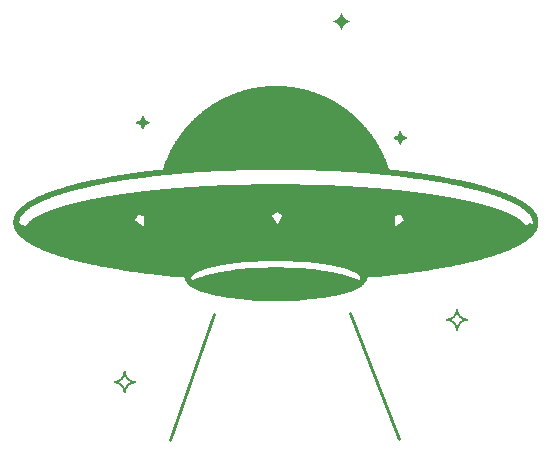
<source format=gts>
G04*
G04 #@! TF.GenerationSoftware,Altium Limited,Altium Designer,21.8.1 (53)*
G04*
G04 Layer_Color=8388736*
%FSLAX25Y25*%
%MOIN*%
G70*
G04*
G04 #@! TF.SameCoordinates,B3778B6B-A6FE-4D46-9650-EFEB8E10A687*
G04*
G04*
G04 #@! TF.FilePolarity,Negative*
G04*
G01*
G75*
%ADD10C,0.00800*%
%ADD12C,0.01000*%
G36*
X175475Y197975D02*
X175492Y197632D01*
X175626Y196959D01*
X175888Y196325D01*
X176269Y195755D01*
X176754Y195269D01*
X177325Y194888D01*
X177959Y194626D01*
X178632Y194492D01*
X178975Y194475D01*
X178632Y194458D01*
X177959Y194324D01*
X177325Y194062D01*
X176754Y193680D01*
X176269Y193195D01*
X175888Y192625D01*
X175626Y191991D01*
X175492Y191318D01*
X175475Y190975D01*
X175475Y190975D01*
X175458Y191318D01*
X175324Y191991D01*
X175062Y192625D01*
X174680Y193195D01*
X174195Y193680D01*
X173625Y194062D01*
X172991Y194324D01*
X172318Y194458D01*
X171975Y194475D01*
Y194475D01*
X172318Y194492D01*
X172991Y194626D01*
X173625Y194888D01*
X174195Y195269D01*
X174680Y195755D01*
X175062Y196325D01*
X175324Y196959D01*
X175458Y197632D01*
X175475Y197975D01*
X175475Y197975D01*
D02*
G37*
G36*
X155584Y172870D02*
X156724D01*
Y172799D01*
X156653D01*
Y172763D01*
X157329D01*
Y172728D01*
X158255D01*
Y172692D01*
X158576D01*
Y172585D01*
X158896D01*
Y172549D01*
X159822D01*
Y172514D01*
X160036D01*
Y172478D01*
X160000D01*
Y172407D01*
X160214D01*
Y172371D01*
X160819D01*
Y172336D01*
X160961D01*
Y172265D01*
X160819D01*
Y172229D01*
X160783D01*
Y172193D01*
X160819D01*
Y172158D01*
X161282D01*
Y172122D01*
X161709D01*
Y172087D01*
X161781D01*
Y172051D01*
X161745D01*
Y172015D01*
X161781D01*
Y171980D01*
X162101D01*
Y171944D01*
X162671D01*
Y171908D01*
X162849D01*
Y171873D01*
X162706D01*
Y171837D01*
X162813D01*
Y171802D01*
X163027D01*
Y171766D01*
X163383D01*
Y171659D01*
X163525D01*
Y171624D01*
X163953D01*
Y171588D01*
X164131D01*
Y171517D01*
X164095D01*
Y171481D01*
X164166D01*
Y171446D01*
X164629D01*
Y171410D01*
X164701D01*
Y171339D01*
X164665D01*
Y171303D01*
X164843D01*
Y171267D01*
X165235D01*
Y171232D01*
X165413D01*
Y171161D01*
X165270D01*
Y171125D01*
X165235D01*
Y171089D01*
X165270D01*
Y171054D01*
X165448D01*
Y171018D01*
X165769D01*
Y170983D01*
X165805D01*
Y170876D01*
X165982D01*
Y170840D01*
X166089D01*
Y170876D01*
X166125D01*
Y170840D01*
X166374D01*
Y170805D01*
X166517D01*
Y170698D01*
X166695D01*
Y170662D01*
X166873D01*
Y170626D01*
X166908D01*
Y170591D01*
X166873D01*
Y170555D01*
X166908D01*
Y170520D01*
X167300D01*
Y170484D01*
X167478D01*
Y170342D01*
X167799D01*
Y170306D01*
X167977D01*
Y170199D01*
X168012D01*
Y170164D01*
X168190D01*
Y170128D01*
X168297D01*
Y170164D01*
X168368D01*
Y170128D01*
X168440D01*
Y170092D01*
X168404D01*
Y170021D01*
X168582D01*
Y169985D01*
X168760D01*
Y169950D01*
X168903D01*
Y169879D01*
X168796D01*
Y169843D01*
X168760D01*
Y169807D01*
X168796D01*
Y169772D01*
X168938D01*
Y169736D01*
X169116D01*
Y169701D01*
X169294D01*
Y169665D01*
X169259D01*
Y169594D01*
X169330D01*
Y169558D01*
X169366D01*
Y169594D01*
X169508D01*
Y169558D01*
X169686D01*
Y169416D01*
X169864D01*
Y169380D01*
X170042D01*
Y169344D01*
X170078D01*
Y169309D01*
X170042D01*
Y169273D01*
X170078D01*
Y169238D01*
X170113D01*
Y169273D01*
X170149D01*
Y169238D01*
X170256D01*
Y169202D01*
X170291D01*
Y169238D01*
X170327D01*
Y169202D01*
X170434D01*
Y169167D01*
X170469D01*
Y169202D01*
X170505D01*
Y169167D01*
X170541D01*
Y169131D01*
X170505D01*
Y169095D01*
X170541D01*
Y169060D01*
X170790D01*
Y169024D01*
X170968D01*
Y168953D01*
X170932D01*
Y168917D01*
X170968D01*
Y168882D01*
X171146D01*
Y168846D01*
X171288D01*
Y168739D01*
X171182D01*
Y168668D01*
X171324D01*
Y168632D01*
X171502D01*
Y168597D01*
X171644D01*
Y168490D01*
X171680D01*
Y168454D01*
X171929D01*
Y168419D01*
X171965D01*
Y168383D01*
X171929D01*
Y168312D01*
X172108D01*
Y168276D01*
X172250D01*
Y168241D01*
X172285D01*
Y168134D01*
X172428D01*
Y168098D01*
X172606D01*
Y167956D01*
X172784D01*
Y167920D01*
X173033D01*
Y167849D01*
X172998D01*
Y167813D01*
X173033D01*
Y167778D01*
X173211D01*
Y167742D01*
X173354D01*
Y167635D01*
X173247D01*
Y167600D01*
X173211D01*
Y167564D01*
X173354D01*
Y167528D01*
X173532D01*
Y167493D01*
X173567D01*
Y167457D01*
X173674D01*
Y167422D01*
X173567D01*
Y167386D01*
X173674D01*
Y167350D01*
X173746D01*
Y167315D01*
X173888D01*
Y167208D01*
X173924D01*
Y167172D01*
X174030D01*
Y167208D01*
X174102D01*
Y167172D01*
X174173D01*
Y167137D01*
X174280D01*
Y167030D01*
X174315D01*
Y166994D01*
X174493D01*
Y166959D01*
X174529D01*
Y166923D01*
X174493D01*
Y166852D01*
X174636D01*
Y166816D01*
X174814D01*
Y166674D01*
X174992D01*
Y166638D01*
X175028D01*
Y166496D01*
X174992D01*
Y166460D01*
X175028D01*
Y166425D01*
X175134D01*
Y166460D01*
X175206D01*
Y166425D01*
X175241D01*
Y166389D01*
X175419D01*
Y166246D01*
X175562D01*
Y166211D01*
X175633D01*
Y166175D01*
X175669D01*
Y166211D01*
X175704D01*
Y166175D01*
X175740D01*
Y166140D01*
X175633D01*
Y166104D01*
X175740D01*
Y166068D01*
X175811D01*
Y166033D01*
X175918D01*
Y165926D01*
X175953D01*
Y165890D01*
X176131D01*
Y165855D01*
X176345D01*
Y165784D01*
X176309D01*
Y165748D01*
X176345D01*
Y165712D01*
X176416D01*
Y165677D01*
X176452D01*
Y165712D01*
X176488D01*
Y165677D01*
X176523D01*
Y165570D01*
X176559D01*
Y165534D01*
X176701D01*
Y165499D01*
X176737D01*
Y165427D01*
X176701D01*
Y165321D01*
X176844D01*
Y165285D01*
X176915D01*
Y165249D01*
X177022D01*
Y165143D01*
X177057D01*
Y165107D01*
X177200D01*
Y164964D01*
X177378D01*
Y164929D01*
X177413D01*
Y164786D01*
X177663D01*
Y164751D01*
X177805D01*
Y164680D01*
X177769D01*
Y164644D01*
X177805D01*
Y164608D01*
X177947D01*
Y164573D01*
X177983D01*
Y164466D01*
X178019D01*
Y164430D01*
X178161D01*
Y164181D01*
X178339D01*
Y164145D01*
X178482D01*
Y164003D01*
X178517D01*
Y163967D01*
X178553D01*
Y163861D01*
X178624D01*
Y163967D01*
X178731D01*
Y163932D01*
X178695D01*
Y163896D01*
X178731D01*
Y163861D01*
X178767D01*
Y163825D01*
X178909D01*
Y163682D01*
X178945D01*
Y163647D01*
X179087D01*
Y163505D01*
X179229D01*
Y163469D01*
X179265D01*
Y163362D01*
X179301D01*
Y163326D01*
X179443D01*
Y163184D01*
X179586D01*
Y163148D01*
X179621D01*
Y163113D01*
X179657D01*
Y163077D01*
X179728D01*
Y163113D01*
X179835D01*
Y163006D01*
X179728D01*
Y163041D01*
X179657D01*
Y163006D01*
X179621D01*
Y162970D01*
X179657D01*
Y162935D01*
X179764D01*
Y162970D01*
X179799D01*
Y162935D01*
X179835D01*
Y162899D01*
X179870D01*
Y162864D01*
X180013D01*
Y162792D01*
X179977D01*
Y162757D01*
X180013D01*
Y162721D01*
X180155D01*
Y162685D01*
X180191D01*
Y162579D01*
X180227D01*
Y162543D01*
X180369D01*
Y162400D01*
X180405D01*
Y162365D01*
X180547D01*
Y162223D01*
X180690D01*
Y162187D01*
X180725D01*
Y162045D01*
X180939D01*
Y162009D01*
X180974D01*
Y161795D01*
X181117D01*
Y161760D01*
X181152D01*
Y161617D01*
X181295D01*
Y161582D01*
X181331D01*
Y161439D01*
X181473D01*
Y161404D01*
X181509D01*
Y161261D01*
X181651D01*
Y161119D01*
X181793D01*
Y161083D01*
X181829D01*
Y160941D01*
X181900D01*
Y160905D01*
X181936D01*
Y160941D01*
X182043D01*
Y160905D01*
X182078D01*
Y160691D01*
X182114D01*
Y160656D01*
X182185D01*
Y160691D01*
X182221D01*
Y160656D01*
X182256D01*
Y160513D01*
X182399D01*
Y160478D01*
X182434D01*
Y160335D01*
X182577D01*
Y160300D01*
X182612D01*
Y160264D01*
X182577D01*
Y160193D01*
X182612D01*
Y160157D01*
X182719D01*
Y160122D01*
X182755D01*
Y160015D01*
X182791D01*
Y159979D01*
X182933D01*
Y159801D01*
X183075D01*
Y159765D01*
X183111D01*
Y159730D01*
X183075D01*
Y159587D01*
X183111D01*
Y159552D01*
X183147D01*
Y159409D01*
X183253D01*
Y159445D01*
X183325D01*
Y159409D01*
X183360D01*
Y159374D01*
X183396D01*
Y159231D01*
X183538D01*
Y159089D01*
X183574D01*
Y159053D01*
X183681D01*
Y159018D01*
X183716D01*
Y158875D01*
X183859D01*
Y158733D01*
X183894D01*
Y158697D01*
X184037D01*
Y158555D01*
X184001D01*
Y158519D01*
X184037D01*
Y158448D01*
X184072D01*
Y158305D01*
X184215D01*
Y158270D01*
X184250D01*
Y158127D01*
X184464D01*
Y158092D01*
X184500D01*
Y157949D01*
X184642D01*
Y157771D01*
X184678D01*
Y157736D01*
X184749D01*
Y157771D01*
X184785D01*
Y157736D01*
X184820D01*
Y157700D01*
X184785D01*
Y157629D01*
X184820D01*
Y157593D01*
X184856D01*
Y157558D01*
X184963D01*
Y157486D01*
X184856D01*
Y157379D01*
X184963D01*
Y157344D01*
X184998D01*
Y157202D01*
X185034D01*
Y157166D01*
X185070D01*
Y157202D01*
X185105D01*
Y157166D01*
X185141D01*
Y157023D01*
X185176D01*
Y156988D01*
X185319D01*
Y156845D01*
X185354D01*
Y156774D01*
X185390D01*
Y156739D01*
X185354D01*
Y156703D01*
X185390D01*
Y156667D01*
X185461D01*
Y156703D01*
X185497D01*
Y156739D01*
X185461D01*
Y156810D01*
X185532D01*
Y156703D01*
X185568D01*
Y156667D01*
X185604D01*
Y156489D01*
X185746D01*
Y156347D01*
X185782D01*
Y156311D01*
X185817D01*
Y156276D01*
X185853D01*
Y156311D01*
X185889D01*
Y156276D01*
X185924D01*
Y156204D01*
X185889D01*
Y156098D01*
X185924D01*
Y156062D01*
X185960D01*
Y155884D01*
X186031D01*
Y155920D01*
X186067D01*
Y155884D01*
X186102D01*
Y155742D01*
X186138D01*
Y155706D01*
X186245D01*
Y155563D01*
X186280D01*
Y155528D01*
X186316D01*
Y155385D01*
X186423D01*
Y155350D01*
X186458D01*
Y155207D01*
X186494D01*
Y155172D01*
X186565D01*
Y155207D01*
X186672D01*
Y154958D01*
X186708D01*
Y154922D01*
X186743D01*
Y154851D01*
X186708D01*
Y154816D01*
X186850D01*
Y154744D01*
X186886D01*
Y154602D01*
X186921D01*
Y154566D01*
X187028D01*
Y154531D01*
X186993D01*
Y154495D01*
X187028D01*
Y154424D01*
X187064D01*
Y154281D01*
X187171D01*
Y154246D01*
X187206D01*
Y154103D01*
X187242D01*
Y154068D01*
X187349D01*
Y153854D01*
X187384D01*
Y153676D01*
X187420D01*
Y153640D01*
X187527D01*
Y153534D01*
X187562D01*
Y153462D01*
X187598D01*
Y153320D01*
X187705D01*
Y153356D01*
X187776D01*
Y153320D01*
X187812D01*
Y153142D01*
X187847D01*
Y153106D01*
X187883D01*
Y153142D01*
X187954D01*
Y152964D01*
X187990D01*
Y152715D01*
X188025D01*
Y152608D01*
X188132D01*
Y152537D01*
X188168D01*
Y152394D01*
X188203D01*
Y152358D01*
X188239D01*
Y152394D01*
X188274D01*
Y152358D01*
X188310D01*
Y152216D01*
X188346D01*
Y152074D01*
X188381D01*
Y152038D01*
X188417D01*
Y152074D01*
X188452D01*
Y152038D01*
X188488D01*
Y151860D01*
X188524D01*
Y151611D01*
X188666D01*
Y151433D01*
X188702D01*
Y151290D01*
X188737D01*
Y151255D01*
X188773D01*
Y151290D01*
X188809D01*
Y151326D01*
X188880D01*
Y151255D01*
X188915D01*
Y151076D01*
X188951D01*
Y150934D01*
X189093D01*
Y150614D01*
X189129D01*
Y150578D01*
X189236D01*
Y150364D01*
X189271D01*
Y150186D01*
X189307D01*
Y150151D01*
X189414D01*
Y149973D01*
X189450D01*
Y149830D01*
X189556D01*
Y149795D01*
X189592D01*
Y149617D01*
X189628D01*
Y149581D01*
X189592D01*
Y149510D01*
X189628D01*
Y149260D01*
X189663D01*
Y149225D01*
X189699D01*
Y149260D01*
X189734D01*
Y149225D01*
X189770D01*
Y149047D01*
X189806D01*
Y148904D01*
X189912D01*
Y148869D01*
X189948D01*
Y148691D01*
X189984D01*
Y148548D01*
X190019D01*
Y148513D01*
X190055D01*
Y148548D01*
X190162D01*
Y148513D01*
X190197D01*
Y148121D01*
X190233D01*
Y147943D01*
X190304D01*
Y147978D01*
X190340D01*
Y147943D01*
X190375D01*
Y147729D01*
X190411D01*
Y147694D01*
X190375D01*
Y147658D01*
X190411D01*
Y147587D01*
X190518D01*
Y147409D01*
X190553D01*
Y147231D01*
X190589D01*
Y147124D01*
X190553D01*
Y147053D01*
X190589D01*
Y147017D01*
X190696D01*
Y146839D01*
X190732D01*
Y146519D01*
X190767D01*
Y146483D01*
X190803D01*
Y146519D01*
X190838D01*
Y146483D01*
X190874D01*
Y146305D01*
X190910D01*
Y146091D01*
X190945D01*
Y146020D01*
X190910D01*
Y145913D01*
X190981D01*
Y145949D01*
X191016D01*
Y145878D01*
X191052D01*
Y145664D01*
X191088D01*
Y145628D01*
X191052D01*
Y145593D01*
X191088D01*
Y145521D01*
X191123D01*
Y145414D01*
X191159D01*
Y145521D01*
X191194D01*
Y145557D01*
X191266D01*
Y145414D01*
X191301D01*
Y145237D01*
X191337D01*
Y145201D01*
X191479D01*
Y145165D01*
X191515D01*
Y145058D01*
X192014D01*
Y145023D01*
X192797D01*
Y144987D01*
X192975D01*
Y144916D01*
X192797D01*
Y144880D01*
X192761D01*
Y144845D01*
X192904D01*
Y144809D01*
X193509D01*
Y144774D01*
X194649D01*
Y144738D01*
X194969D01*
Y144702D01*
X194862D01*
Y144631D01*
X195325D01*
Y144596D01*
X196109D01*
Y144560D01*
X196251D01*
Y144524D01*
X196109D01*
Y144489D01*
X196287D01*
Y144453D01*
X197070D01*
Y144418D01*
X197569D01*
Y144346D01*
X197533D01*
Y144311D01*
X197747D01*
Y144275D01*
X198637D01*
Y144239D01*
X199314D01*
Y144204D01*
X199349D01*
Y144239D01*
X199385D01*
Y144204D01*
X199420D01*
Y144168D01*
X199278D01*
Y144133D01*
X199492D01*
Y144097D01*
X199527D01*
Y144133D01*
X199563D01*
Y144097D01*
X200097D01*
Y144061D01*
X200560D01*
Y144026D01*
X200524D01*
Y143990D01*
X200417D01*
Y143955D01*
X200916D01*
Y143919D01*
X201664D01*
Y143883D01*
X201842D01*
Y143848D01*
X201806D01*
Y143812D01*
X201842D01*
Y143777D01*
X202305D01*
Y143741D01*
X203088D01*
Y143705D01*
X203302D01*
Y143634D01*
X203124D01*
Y143598D01*
X203088D01*
Y143563D01*
X203124D01*
Y143527D01*
X203480D01*
Y143492D01*
X204085D01*
Y143456D01*
X204370D01*
Y143420D01*
X204228D01*
Y143385D01*
X204263D01*
Y143349D01*
X204762D01*
Y143314D01*
X204869D01*
Y143349D01*
X204940D01*
Y143314D01*
X205367D01*
Y143278D01*
X205510D01*
Y143242D01*
X205474D01*
Y143207D01*
X205510D01*
Y143171D01*
X206115D01*
Y143135D01*
X206614D01*
Y143100D01*
X206756D01*
Y143064D01*
X206649D01*
Y143029D01*
X206792D01*
Y142993D01*
X207362D01*
Y142957D01*
X207753D01*
Y142886D01*
X207717D01*
Y142851D01*
X207931D01*
Y142815D01*
X208537D01*
Y142779D01*
X208715D01*
Y142744D01*
X208679D01*
Y142673D01*
X208999D01*
Y142637D01*
X209783D01*
Y142601D01*
X209997D01*
Y142530D01*
X209925D01*
Y142494D01*
X209819D01*
Y142459D01*
X209925D01*
Y142423D01*
X210103D01*
Y142388D01*
X210459D01*
Y142352D01*
X210887D01*
Y142281D01*
X210851D01*
Y142245D01*
X211207D01*
Y142210D01*
X211599D01*
Y142174D01*
X211813D01*
Y142067D01*
X212169D01*
Y142032D01*
X212703D01*
Y141996D01*
X212952D01*
Y141960D01*
X212917D01*
Y141889D01*
X213273D01*
Y141853D01*
X213593D01*
Y141818D01*
X213629D01*
Y141782D01*
X213593D01*
Y141747D01*
X213771D01*
Y141711D01*
X214270D01*
Y141675D01*
X214305D01*
Y141711D01*
X214341D01*
Y141675D01*
X214555D01*
Y141569D01*
X214733D01*
Y141533D01*
X215338D01*
Y141497D01*
X215659D01*
Y141426D01*
X215516D01*
Y141319D01*
X215659D01*
Y141284D01*
X215979D01*
Y141248D01*
X216193D01*
Y141141D01*
X216478D01*
Y141106D01*
X216513D01*
Y141141D01*
X216584D01*
Y141106D01*
X216941D01*
Y141070D01*
X217083D01*
Y141034D01*
X216976D01*
Y140963D01*
X217297D01*
Y140928D01*
X217760D01*
Y140892D01*
X217795D01*
Y140928D01*
X217866D01*
Y140892D01*
X217938D01*
Y140856D01*
X217902D01*
Y140785D01*
X218222D01*
Y140750D01*
X218650D01*
Y140714D01*
X218686D01*
Y140643D01*
X218792D01*
Y140607D01*
X219148D01*
Y140572D01*
X219362D01*
Y140465D01*
X219504D01*
Y140429D01*
X219932D01*
Y140393D01*
X220288D01*
Y140358D01*
X220323D01*
Y140322D01*
X220288D01*
Y140287D01*
X220146D01*
Y140216D01*
X220288D01*
Y140180D01*
X220608D01*
Y140144D01*
X220893D01*
Y140037D01*
X221036D01*
Y140002D01*
X221392D01*
Y139966D01*
X221570D01*
Y139931D01*
X221534D01*
Y139859D01*
X221712D01*
Y139824D01*
X222175D01*
Y139788D01*
X222353D01*
Y139681D01*
X222496D01*
Y139646D01*
X222852D01*
Y139610D01*
X222887D01*
Y139575D01*
X222852D01*
Y139539D01*
X222887D01*
Y139503D01*
X223279D01*
Y139468D01*
X223493D01*
Y139432D01*
X223600D01*
Y139396D01*
X223493D01*
Y139361D01*
X223600D01*
Y139325D01*
X223849D01*
Y139290D01*
X223885D01*
Y139325D01*
X223920D01*
Y139290D01*
X224169D01*
Y139254D01*
X224276D01*
Y139290D01*
X224347D01*
Y139254D01*
X224383D01*
Y139183D01*
X224169D01*
Y139112D01*
X224205D01*
Y139076D01*
X224241D01*
Y139112D01*
X224347D01*
Y139076D01*
X224525D01*
Y139040D01*
X224739D01*
Y139005D01*
X224882D01*
Y138969D01*
X224739D01*
Y138934D01*
X224882D01*
Y138898D01*
X225095D01*
Y138862D01*
X225309D01*
Y138791D01*
X225273D01*
Y138755D01*
X225380D01*
Y138791D01*
X225344D01*
Y138827D01*
X225380D01*
Y138862D01*
X225451D01*
Y138827D01*
X225487D01*
Y138791D01*
X225451D01*
Y138755D01*
X225487D01*
Y138720D01*
X225843D01*
Y138684D01*
X226021D01*
Y138649D01*
X226057D01*
Y138613D01*
X226021D01*
Y138577D01*
X226164D01*
Y138542D01*
X226377D01*
Y138506D01*
X226626D01*
Y138471D01*
X226591D01*
Y138399D01*
X226769D01*
Y138364D01*
X226983D01*
Y138328D01*
X227125D01*
Y138293D01*
X227089D01*
Y138257D01*
X227125D01*
Y138221D01*
X227303D01*
Y138186D01*
X227730D01*
Y138150D01*
X227873D01*
Y138079D01*
X227730D01*
Y137972D01*
X227908D01*
Y137936D01*
X228086D01*
Y137901D01*
X228229D01*
Y137794D01*
X228407D01*
Y137758D01*
X228621D01*
Y137723D01*
X228656D01*
Y137758D01*
X228692D01*
Y137723D01*
X228728D01*
Y137616D01*
X229012D01*
Y137580D01*
X229190D01*
Y137545D01*
X229333D01*
Y137509D01*
X229226D01*
Y137473D01*
X229333D01*
Y137438D01*
X229511D01*
Y137402D01*
X229689D01*
Y137295D01*
X229831D01*
Y137260D01*
X230116D01*
Y137224D01*
X230152D01*
Y137189D01*
X230116D01*
Y137153D01*
X230152D01*
Y137117D01*
X230294D01*
Y137082D01*
X230615D01*
Y137046D01*
X230650D01*
Y136939D01*
X230793D01*
Y136904D01*
X230971D01*
Y136868D01*
X231042D01*
Y136832D01*
X231007D01*
Y136797D01*
X230971D01*
Y136726D01*
X231007D01*
Y136690D01*
X231220D01*
Y136654D01*
X231434D01*
Y136619D01*
X231541D01*
Y136512D01*
X231719D01*
Y136476D01*
X231932D01*
Y136334D01*
X232111D01*
Y136298D01*
X232360D01*
Y136191D01*
X232467D01*
Y136156D01*
X232680D01*
Y136120D01*
X232716D01*
Y136013D01*
X232858D01*
Y135978D01*
X233036D01*
Y135942D01*
X233179D01*
Y135871D01*
X233143D01*
Y135835D01*
X233214D01*
Y135800D01*
X233464D01*
Y135764D01*
X233606D01*
Y135693D01*
X233499D01*
Y135657D01*
X233464D01*
Y135586D01*
X233642D01*
Y135550D01*
X233820D01*
Y135515D01*
X233927D01*
Y135408D01*
X233962D01*
Y135372D01*
X234176D01*
Y135337D01*
X234283D01*
Y135230D01*
X234318D01*
Y135194D01*
X234496D01*
Y135088D01*
X234532D01*
Y135052D01*
X234603D01*
Y135088D01*
X234674D01*
Y135052D01*
X234781D01*
Y135016D01*
X234924D01*
Y134874D01*
X235102D01*
Y134838D01*
X235244D01*
Y134731D01*
X235280D01*
Y134696D01*
X235422D01*
Y134660D01*
X235565D01*
Y134625D01*
X235600D01*
Y134589D01*
X235565D01*
Y134482D01*
X235600D01*
Y134447D01*
X235814D01*
Y134411D01*
X235849D01*
Y134304D01*
X235992D01*
Y134269D01*
X236170D01*
Y134233D01*
X236206D01*
Y134090D01*
X236384D01*
Y134055D01*
X236491D01*
Y133948D01*
X236562D01*
Y133913D01*
X236704D01*
Y133770D01*
X236953D01*
Y133734D01*
X236989D01*
Y133699D01*
X237025D01*
Y133734D01*
X237096D01*
Y133663D01*
X236989D01*
Y133628D01*
X237096D01*
Y133592D01*
X237167D01*
Y133556D01*
X237310D01*
Y133449D01*
X237274D01*
Y133378D01*
X237310D01*
Y133343D01*
X237452D01*
Y133307D01*
X237488D01*
Y133165D01*
X237666D01*
Y133129D01*
X237808D01*
Y133058D01*
X237772D01*
Y133022D01*
X237808D01*
Y132987D01*
X237844D01*
Y132951D01*
X237950D01*
Y132987D01*
X238022D01*
Y132951D01*
X238057D01*
Y132809D01*
X238200D01*
Y132773D01*
X238235D01*
Y132666D01*
X238271D01*
Y132631D01*
X238307D01*
Y132666D01*
X238378D01*
Y132631D01*
X238414D01*
Y132488D01*
X238556D01*
Y132452D01*
X238592D01*
Y132417D01*
X238627D01*
Y132381D01*
X238592D01*
Y132239D01*
X238734D01*
Y132203D01*
X238770D01*
Y132061D01*
X238841D01*
Y132096D01*
X238876D01*
Y132061D01*
X238912D01*
Y132025D01*
X238948D01*
Y131883D01*
X239054D01*
Y131918D01*
X239126D01*
Y131883D01*
X239161D01*
Y131847D01*
X239197D01*
Y131740D01*
X239304D01*
Y131705D01*
X239339D01*
Y131669D01*
X239375D01*
Y131562D01*
X239482D01*
Y131527D01*
X239517D01*
Y131491D01*
X239553D01*
Y131455D01*
X239517D01*
Y131420D01*
X239553D01*
Y131384D01*
X239660D01*
Y131349D01*
X239695D01*
Y131206D01*
X239731D01*
Y131170D01*
X239767D01*
Y131206D01*
X239802D01*
Y131170D01*
X239838D01*
Y130957D01*
X239874D01*
Y130921D01*
X240016D01*
Y130779D01*
X240052D01*
Y130601D01*
X240158D01*
Y130636D01*
X240230D01*
Y130601D01*
X240265D01*
Y130565D01*
X240301D01*
Y130423D01*
X240336D01*
Y130387D01*
X240372D01*
Y130423D01*
X240408D01*
Y130387D01*
X240443D01*
Y130245D01*
X240479D01*
Y130102D01*
X240586D01*
Y130067D01*
X240621D01*
Y129817D01*
X240657D01*
Y129639D01*
X240764D01*
Y129604D01*
X240799D01*
Y129354D01*
X240835D01*
Y129283D01*
X240871D01*
Y129319D01*
X240942D01*
Y129141D01*
X240977D01*
Y128927D01*
X241013D01*
Y128856D01*
X240977D01*
Y128749D01*
X241013D01*
Y128713D01*
X241049D01*
Y128749D01*
X241084D01*
Y128713D01*
X241120D01*
Y128215D01*
X241155D01*
Y126684D01*
X241120D01*
Y126648D01*
X241155D01*
Y126541D01*
X241120D01*
Y126149D01*
X241084D01*
Y126114D01*
X241049D01*
Y126149D01*
X241013D01*
Y126007D01*
X240977D01*
Y125793D01*
X240942D01*
Y125615D01*
X240871D01*
Y125651D01*
X240835D01*
Y125402D01*
X240799D01*
Y125224D01*
X240764D01*
Y125188D01*
X240657D01*
Y125046D01*
X240621D01*
Y124832D01*
X240586D01*
Y124725D01*
X240479D01*
Y124689D01*
X240443D01*
Y124511D01*
X240301D01*
Y124369D01*
X240265D01*
Y124298D01*
X240230D01*
Y124262D01*
X240265D01*
Y124120D01*
X240123D01*
Y124155D01*
X240087D01*
Y124120D01*
X240052D01*
Y124084D01*
X240016D01*
Y123906D01*
X239874D01*
Y123764D01*
X239838D01*
Y123728D01*
X239731D01*
Y123621D01*
X239695D01*
Y123585D01*
X239660D01*
Y123443D01*
X239589D01*
Y123514D01*
X239624D01*
Y123550D01*
X239553D01*
Y123443D01*
X239517D01*
Y123372D01*
X239482D01*
Y123265D01*
X239375D01*
Y123229D01*
X239339D01*
Y123016D01*
X239197D01*
Y122980D01*
X239161D01*
Y122838D01*
X238948D01*
Y122802D01*
X238912D01*
Y122660D01*
X238770D01*
Y122624D01*
X238734D01*
Y122517D01*
X238698D01*
Y122482D01*
X238592D01*
Y122446D01*
X238556D01*
Y122339D01*
X238449D01*
Y122304D01*
X238414D01*
Y122268D01*
X238378D01*
Y122161D01*
X238235D01*
Y122125D01*
X238093D01*
Y122090D01*
X238057D01*
Y122019D01*
X238093D01*
Y121912D01*
X238057D01*
Y121876D01*
X237844D01*
Y121841D01*
X237808D01*
Y121734D01*
X237772D01*
Y121698D01*
X237630D01*
Y121556D01*
X237488D01*
Y121520D01*
X237345D01*
Y121485D01*
X237310D01*
Y121378D01*
X237274D01*
Y121342D01*
X237132D01*
Y121200D01*
X236953D01*
Y121057D01*
X236918D01*
Y121022D01*
X236847D01*
Y121057D01*
X236740D01*
Y121022D01*
X236669D01*
Y120986D01*
X236526D01*
Y120772D01*
X236348D01*
Y120737D01*
X236312D01*
Y120666D01*
X236348D01*
Y120630D01*
X236206D01*
Y120594D01*
X236028D01*
Y120559D01*
X235992D01*
Y120523D01*
X236028D01*
Y120452D01*
X235849D01*
Y120416D01*
X235778D01*
Y120381D01*
X235707D01*
Y120416D01*
X235636D01*
Y120381D01*
X235600D01*
Y120274D01*
X235565D01*
Y120238D01*
X235387D01*
Y120131D01*
X235280D01*
Y120096D01*
X235209D01*
Y120060D01*
X235066D01*
Y119918D01*
X234888D01*
Y119882D01*
X234710D01*
Y119775D01*
X234746D01*
Y119704D01*
X234710D01*
Y119668D01*
X234496D01*
Y119633D01*
X234318D01*
Y119526D01*
X234283D01*
Y119490D01*
X234105D01*
Y119455D01*
X233998D01*
Y119348D01*
X233962D01*
Y119312D01*
X233749D01*
Y119277D01*
X233642D01*
Y119170D01*
X233606D01*
Y119134D01*
X233428D01*
Y119099D01*
X233286D01*
Y119134D01*
X233250D01*
Y119099D01*
X233214D01*
Y118992D01*
X233036D01*
Y118956D01*
X232858D01*
Y118885D01*
X232894D01*
Y118849D01*
X232858D01*
Y118814D01*
X232680D01*
Y118778D01*
X232502D01*
Y118636D01*
X232324D01*
Y118600D01*
X232075D01*
Y118564D01*
X232039D01*
Y118529D01*
X232075D01*
Y118422D01*
X232039D01*
Y118386D01*
X231790D01*
Y118351D01*
X231719D01*
Y118244D01*
X231683D01*
Y118208D01*
X231647D01*
Y118244D01*
X231612D01*
Y118208D01*
X231398D01*
Y118173D01*
X231220D01*
Y118066D01*
X231185D01*
Y118030D01*
X230828D01*
Y117995D01*
X230757D01*
Y117959D01*
X230793D01*
Y117888D01*
X230615D01*
Y117852D01*
X230437D01*
Y117817D01*
X230330D01*
Y117781D01*
X230437D01*
Y117745D01*
X230330D01*
Y117710D01*
X230116D01*
Y117674D01*
X229831D01*
Y117568D01*
X229725D01*
Y117532D01*
X229546D01*
Y117496D01*
X229368D01*
Y117461D01*
X229333D01*
Y117389D01*
X229368D01*
Y117354D01*
X229475D01*
Y117318D01*
X229333D01*
Y117283D01*
X229155D01*
Y117247D01*
X228977D01*
Y117140D01*
X228941D01*
Y117104D01*
X228906D01*
Y117140D01*
X228799D01*
Y117104D01*
X228585D01*
Y117069D01*
X228371D01*
Y116962D01*
X228265D01*
Y116927D01*
X228051D01*
Y116891D01*
X227873D01*
Y116820D01*
X227908D01*
Y116784D01*
X227730D01*
Y116748D01*
X227446D01*
Y116713D01*
X227303D01*
Y116606D01*
X227125D01*
Y116570D01*
X226805D01*
Y116535D01*
X226769D01*
Y116428D01*
X226591D01*
Y116392D01*
X226199D01*
Y116357D01*
X226057D01*
Y116286D01*
X226199D01*
Y116214D01*
X226164D01*
Y116179D01*
X225986D01*
Y116143D01*
X225914D01*
Y116179D01*
X225879D01*
Y116143D01*
X225665D01*
Y116001D01*
X225273D01*
Y115965D01*
X225060D01*
Y115929D01*
X225024D01*
Y115894D01*
X225060D01*
Y115858D01*
X225024D01*
Y115823D01*
X224989D01*
Y115858D01*
X224953D01*
Y115823D01*
X224704D01*
Y115787D01*
X224383D01*
Y115680D01*
X224347D01*
Y115645D01*
X224276D01*
Y115680D01*
X224169D01*
Y115645D01*
X223956D01*
Y115609D01*
X223813D01*
Y115502D01*
X223635D01*
Y115466D01*
X223279D01*
Y115431D01*
X223030D01*
Y115324D01*
X222852D01*
Y115288D01*
X222531D01*
Y115253D01*
X222353D01*
Y115182D01*
X222496D01*
Y115146D01*
X222531D01*
Y115110D01*
X222496D01*
Y115075D01*
X222318D01*
Y115039D01*
X221926D01*
Y115004D01*
X221783D01*
Y114968D01*
X221890D01*
Y114897D01*
X221819D01*
Y114932D01*
X221783D01*
Y114897D01*
X221570D01*
Y114861D01*
X221214D01*
Y114825D01*
X221071D01*
Y114719D01*
X220858D01*
Y114683D01*
X220751D01*
Y114719D01*
X220680D01*
Y114683D01*
X220430D01*
Y114647D01*
X220288D01*
Y114612D01*
X220430D01*
Y114576D01*
X220288D01*
Y114541D01*
X219967D01*
Y114505D01*
X219789D01*
Y114398D01*
X219718D01*
Y114363D01*
X219683D01*
Y114398D01*
X219540D01*
Y114363D01*
X219184D01*
Y114327D01*
X218970D01*
Y114256D01*
X219006D01*
Y114220D01*
X218828D01*
Y114184D01*
X218365D01*
Y114149D01*
X218044D01*
Y114078D01*
X218080D01*
Y114042D01*
X218222D01*
Y113971D01*
X217902D01*
Y113935D01*
X217688D01*
Y113900D01*
X217653D01*
Y113935D01*
X217582D01*
Y113900D01*
X217510D01*
Y113828D01*
X217546D01*
Y113793D01*
X217154D01*
Y113757D01*
X216762D01*
Y113722D01*
X216584D01*
Y113615D01*
X216228D01*
Y113579D01*
X215837D01*
Y113543D01*
X215659D01*
Y113437D01*
X215302D01*
Y113401D01*
X214911D01*
Y113294D01*
X214875D01*
Y113259D01*
X214804D01*
Y113294D01*
X214768D01*
Y113259D01*
X214341D01*
Y113223D01*
X214305D01*
Y113259D01*
X214270D01*
Y113223D01*
X214020D01*
Y113187D01*
X213985D01*
Y113152D01*
X214020D01*
Y113116D01*
X213807D01*
Y113081D01*
X213451D01*
Y113045D01*
X213095D01*
Y113009D01*
X212952D01*
Y112974D01*
X213095D01*
Y112938D01*
X213130D01*
Y112902D01*
X213201D01*
Y112938D01*
X213237D01*
Y112867D01*
X212952D01*
Y112831D01*
X212489D01*
Y112796D01*
X212204D01*
Y112724D01*
X212311D01*
Y112689D01*
X212133D01*
Y112653D01*
X212098D01*
Y112689D01*
X212026D01*
Y112653D01*
X211385D01*
Y112618D01*
X211065D01*
Y112511D01*
X210923D01*
Y112475D01*
X210317D01*
Y112440D01*
X210103D01*
Y112404D01*
X210139D01*
Y112333D01*
X209783D01*
Y112297D01*
X209356D01*
Y112261D01*
X209178D01*
Y112226D01*
X209320D01*
Y112190D01*
X209178D01*
Y112155D01*
X208679D01*
Y112119D01*
X208074D01*
Y112012D01*
X208038D01*
Y111977D01*
X207540D01*
Y111941D01*
X207183D01*
Y111905D01*
X206970D01*
Y111870D01*
X207183D01*
Y111834D01*
X206792D01*
Y111799D01*
X206293D01*
Y111763D01*
X206080D01*
Y111727D01*
X205937D01*
Y111763D01*
X205901D01*
Y111727D01*
X205866D01*
Y111656D01*
X205973D01*
Y111692D01*
X206044D01*
Y111656D01*
X206115D01*
Y111585D01*
X205866D01*
Y111549D01*
X205189D01*
Y111514D01*
X204691D01*
Y111478D01*
X204655D01*
Y111514D01*
X204620D01*
Y111478D01*
X204584D01*
Y111442D01*
X204620D01*
Y111407D01*
X204548D01*
Y111371D01*
X204050D01*
Y111336D01*
X203480D01*
Y111265D01*
X203622D01*
Y111229D01*
X203266D01*
Y111193D01*
X202768D01*
Y111158D01*
X202483D01*
Y111122D01*
X202519D01*
Y111086D01*
X202483D01*
Y111051D01*
X201984D01*
Y111015D01*
X201201D01*
Y110980D01*
X201023D01*
Y110944D01*
X201059D01*
Y110908D01*
X201023D01*
Y110873D01*
X200560D01*
Y110837D01*
X199776D01*
Y110801D01*
X199634D01*
Y110766D01*
X199776D01*
Y110730D01*
X199599D01*
Y110695D01*
X198993D01*
Y110659D01*
X198530D01*
Y110624D01*
X198459D01*
Y110588D01*
X198495D01*
Y110552D01*
X198530D01*
Y110517D01*
X198601D01*
Y110552D01*
X198637D01*
Y110517D01*
X198673D01*
Y110481D01*
X198495D01*
Y110445D01*
X197711D01*
Y110410D01*
X196999D01*
Y110374D01*
X196892D01*
Y110410D01*
X196856D01*
Y110374D01*
X196785D01*
Y110339D01*
X196821D01*
Y110303D01*
X196785D01*
Y110267D01*
X196251D01*
Y110232D01*
X195361D01*
Y110196D01*
X195325D01*
Y110161D01*
X195361D01*
Y110125D01*
X195147D01*
Y110089D01*
X194221D01*
Y110054D01*
X194008D01*
Y110018D01*
X194043D01*
Y109947D01*
X193545D01*
Y109911D01*
X192441D01*
Y109876D01*
X191978D01*
Y109840D01*
X192014D01*
Y109769D01*
X191764D01*
Y109733D01*
X191729D01*
Y109769D01*
X191693D01*
Y109733D01*
X190696D01*
Y109698D01*
X190375D01*
Y109662D01*
X190518D01*
Y109626D01*
X190375D01*
Y109591D01*
X189592D01*
Y109555D01*
X188880D01*
Y109520D01*
X188809D01*
Y109555D01*
X188702D01*
Y109520D01*
X188524D01*
Y109448D01*
X188702D01*
Y109413D01*
X188915D01*
Y109377D01*
X188666D01*
Y109342D01*
X187990D01*
Y109306D01*
X186708D01*
Y109270D01*
X186316D01*
Y109235D01*
X186423D01*
Y109163D01*
X185782D01*
Y109128D01*
X184500D01*
Y109092D01*
X184429D01*
Y109057D01*
X184464D01*
Y109021D01*
X184250D01*
Y108985D01*
X184072D01*
Y108950D01*
X184001D01*
Y108914D01*
X183966D01*
Y108950D01*
X183930D01*
Y108807D01*
X183894D01*
Y108451D01*
X183859D01*
Y108060D01*
X183788D01*
Y108166D01*
X183752D01*
Y108024D01*
X183716D01*
Y107846D01*
X183681D01*
Y107703D01*
X183574D01*
Y107668D01*
X183538D01*
Y107490D01*
X183503D01*
Y107347D01*
X183360D01*
Y107098D01*
X183147D01*
Y107062D01*
X183111D01*
Y106920D01*
X182968D01*
Y106778D01*
X182933D01*
Y106742D01*
X182897D01*
Y106706D01*
X182862D01*
Y106742D01*
X182826D01*
Y106706D01*
X182791D01*
Y106599D01*
X182755D01*
Y106564D01*
X182612D01*
Y106421D01*
X182470D01*
Y106386D01*
X182434D01*
Y106279D01*
X182399D01*
Y106243D01*
X182256D01*
Y106208D01*
X182221D01*
Y106101D01*
X182256D01*
Y106030D01*
X182221D01*
Y105994D01*
X182078D01*
Y105959D01*
X181829D01*
Y105816D01*
X181651D01*
Y105780D01*
X181615D01*
Y105674D01*
X181509D01*
Y105638D01*
X181331D01*
Y105496D01*
X181188D01*
Y105460D01*
X181010D01*
Y105424D01*
X180974D01*
Y105318D01*
X180725D01*
Y105282D01*
X180583D01*
Y105246D01*
X180547D01*
Y105140D01*
X180369D01*
Y105104D01*
X180227D01*
Y104997D01*
X180191D01*
Y104962D01*
X180013D01*
Y104926D01*
X179835D01*
Y104819D01*
X179870D01*
Y104748D01*
X179835D01*
Y104712D01*
X179728D01*
Y104748D01*
X179657D01*
Y104712D01*
X179479D01*
Y104677D01*
X179301D01*
Y104641D01*
X179265D01*
Y104605D01*
X179301D01*
Y104570D01*
X179265D01*
Y104534D01*
X179051D01*
Y104499D01*
X178909D01*
Y104427D01*
X178945D01*
Y104392D01*
X178767D01*
Y104356D01*
X178446D01*
Y104321D01*
X178304D01*
Y104214D01*
X178161D01*
Y104178D01*
X177841D01*
Y104142D01*
X177805D01*
Y104036D01*
X177413D01*
Y104000D01*
X177200D01*
Y103893D01*
X177164D01*
Y103858D01*
X176844D01*
Y103822D01*
X176559D01*
Y103786D01*
X176523D01*
Y103715D01*
X176559D01*
Y103680D01*
X176630D01*
Y103715D01*
X176666D01*
Y103644D01*
X176559D01*
Y103608D01*
X176345D01*
Y103573D01*
X175775D01*
Y103466D01*
X175740D01*
Y103430D01*
X175455D01*
Y103395D01*
X175241D01*
Y103288D01*
X174992D01*
Y103252D01*
X174493D01*
Y103217D01*
X174280D01*
Y103110D01*
X174137D01*
Y103074D01*
X173567D01*
Y103039D01*
X173389D01*
Y102932D01*
X173033D01*
Y102896D01*
X172570D01*
Y102860D01*
X172464D01*
Y102789D01*
X172428D01*
Y102754D01*
X172072D01*
Y102718D01*
X171324D01*
Y102682D01*
X171182D01*
Y102611D01*
X171324D01*
Y102576D01*
X171360D01*
Y102540D01*
X171324D01*
Y102504D01*
X171003D01*
Y102469D01*
X170398D01*
Y102433D01*
X170220D01*
Y102398D01*
X170256D01*
Y102362D01*
X170220D01*
Y102326D01*
X169686D01*
Y102291D01*
X169116D01*
Y102255D01*
X169081D01*
Y102219D01*
X169116D01*
Y102184D01*
X168938D01*
Y102148D01*
X168155D01*
Y102113D01*
X167478D01*
Y102006D01*
X167336D01*
Y101970D01*
X166552D01*
Y101935D01*
X165805D01*
Y101863D01*
X165947D01*
Y101828D01*
X165413D01*
Y101792D01*
X164487D01*
Y101757D01*
X164166D01*
Y101721D01*
X164273D01*
Y101650D01*
X164238D01*
Y101685D01*
X164166D01*
Y101650D01*
X163383D01*
Y101614D01*
X161887D01*
Y101578D01*
X161318D01*
Y101507D01*
X161567D01*
Y101472D01*
X161745D01*
Y101436D01*
X161709D01*
Y101400D01*
X161674D01*
Y101436D01*
X161602D01*
Y101400D01*
X160961D01*
Y101365D01*
X160890D01*
Y101400D01*
X160855D01*
Y101365D01*
X159110D01*
Y101329D01*
X157650D01*
Y101294D01*
X157970D01*
Y101222D01*
X155086D01*
Y101187D01*
X151917D01*
Y101222D01*
X149353D01*
Y101294D01*
X149673D01*
Y101329D01*
X148249D01*
Y101365D01*
X146397D01*
Y101400D01*
X145827D01*
Y101436D01*
X145685D01*
Y101472D01*
X145863D01*
Y101507D01*
X146183D01*
Y101543D01*
X146148D01*
Y101578D01*
X145400D01*
Y101614D01*
X143975D01*
Y101650D01*
X143014D01*
Y101721D01*
X143050D01*
Y101757D01*
X142729D01*
Y101792D01*
X141768D01*
Y101828D01*
X141412D01*
Y101899D01*
X141447D01*
Y101935D01*
X140771D01*
Y101970D01*
X139987D01*
Y102006D01*
X139916D01*
Y102041D01*
X139952D01*
Y102077D01*
X139916D01*
Y102113D01*
X139809D01*
Y102077D01*
X139738D01*
Y102113D01*
X139204D01*
Y102148D01*
X138278D01*
Y102184D01*
X138100D01*
Y102219D01*
X138242D01*
Y102255D01*
X138100D01*
Y102291D01*
X137708D01*
Y102326D01*
X137138D01*
Y102362D01*
X137103D01*
Y102398D01*
X137138D01*
Y102433D01*
X136960D01*
Y102469D01*
X136390D01*
Y102504D01*
X136355D01*
Y102469D01*
X136213D01*
Y102504D01*
X135856D01*
Y102611D01*
X135999D01*
Y102647D01*
X136034D01*
Y102682D01*
X135856D01*
Y102718D01*
X135358D01*
Y102754D01*
X134788D01*
Y102789D01*
X134753D01*
Y102860D01*
X134717D01*
Y102896D01*
X134254D01*
Y102932D01*
X133827D01*
Y103003D01*
X133969D01*
Y103039D01*
X133649D01*
Y103074D01*
X133257D01*
Y103110D01*
X133079D01*
Y103145D01*
X133114D01*
Y103217D01*
X132723D01*
Y103252D01*
X132189D01*
Y103288D01*
X132010D01*
Y103323D01*
X132046D01*
Y103395D01*
X131975D01*
Y103430D01*
X131441D01*
Y103466D01*
X131405D01*
Y103501D01*
X131441D01*
Y103537D01*
X131405D01*
Y103573D01*
X131085D01*
Y103608D01*
X130871D01*
Y103644D01*
X130728D01*
Y103680D01*
X130764D01*
Y103715D01*
X130871D01*
Y103751D01*
X130907D01*
Y103786D01*
X130871D01*
Y103822D01*
X130479D01*
Y103858D01*
X130123D01*
Y103893D01*
X130088D01*
Y103929D01*
X130123D01*
Y103964D01*
X130088D01*
Y104000D01*
X129803D01*
Y104036D01*
X129589D01*
Y104107D01*
X129625D01*
Y104142D01*
X129375D01*
Y104178D01*
X129162D01*
Y104214D01*
X129019D01*
Y104321D01*
X128877D01*
Y104356D01*
X128628D01*
Y104392D01*
X128592D01*
Y104356D01*
X128556D01*
Y104392D01*
X128485D01*
Y104499D01*
X128236D01*
Y104534D01*
X128058D01*
Y104570D01*
X127915D01*
Y104605D01*
X128058D01*
Y104641D01*
X127951D01*
Y104677D01*
X127737D01*
Y104712D01*
X127559D01*
Y104748D01*
X127524D01*
Y104819D01*
X127559D01*
Y104926D01*
X127381D01*
Y104962D01*
X127132D01*
Y104997D01*
X126989D01*
Y105104D01*
X126954D01*
Y105140D01*
X126776D01*
Y105175D01*
X126633D01*
Y105211D01*
X126669D01*
Y105246D01*
X126633D01*
Y105282D01*
X126455D01*
Y105318D01*
X126420D01*
Y105424D01*
X126313D01*
Y105460D01*
X126064D01*
Y105496D01*
X125992D01*
Y105603D01*
X125886D01*
Y105638D01*
X125814D01*
Y105674D01*
X125779D01*
Y105638D01*
X125707D01*
Y105674D01*
X125672D01*
Y105745D01*
X125707D01*
Y105780D01*
X125636D01*
Y105816D01*
X125494D01*
Y105852D01*
X125387D01*
Y105959D01*
X125316D01*
Y105994D01*
X125173D01*
Y106208D01*
X125138D01*
Y106243D01*
X124995D01*
Y106279D01*
X124960D01*
Y106315D01*
X124995D01*
Y106386D01*
X124746D01*
Y106421D01*
X124710D01*
Y106528D01*
X124604D01*
Y106564D01*
X124568D01*
Y106599D01*
X124425D01*
Y106742D01*
X124390D01*
Y106778D01*
X124248D01*
Y106849D01*
X124283D01*
Y106884D01*
X124248D01*
Y106920D01*
X124212D01*
Y106956D01*
X124105D01*
Y107062D01*
X124069D01*
Y107098D01*
X124034D01*
Y107347D01*
X123891D01*
Y107525D01*
X123820D01*
Y107561D01*
X123785D01*
Y107525D01*
X123678D01*
Y107561D01*
X123642D01*
Y107739D01*
X123607D01*
Y107881D01*
X123500D01*
Y108024D01*
X123464D01*
Y108451D01*
X123428D01*
Y108665D01*
X123393D01*
Y108629D01*
X123322D01*
Y108914D01*
X123286D01*
Y108985D01*
X123108D01*
Y109021D01*
X122894D01*
Y109057D01*
X123072D01*
Y109092D01*
X122787D01*
Y109128D01*
X121684D01*
Y109163D01*
X120900D01*
Y109270D01*
X120722D01*
Y109306D01*
X119440D01*
Y109342D01*
X118657D01*
Y109377D01*
X118514D01*
Y109413D01*
X118657D01*
Y109448D01*
X118692D01*
Y109520D01*
X118621D01*
Y109555D01*
X117766D01*
Y109591D01*
X117054D01*
Y109626D01*
X117019D01*
Y109662D01*
X117090D01*
Y109698D01*
X116484D01*
Y109733D01*
X115665D01*
Y109769D01*
X115202D01*
Y109840D01*
X115309D01*
Y109876D01*
X114846D01*
Y109911D01*
X113849D01*
Y109947D01*
X113814D01*
Y109911D01*
X113778D01*
Y109947D01*
X113280D01*
Y110018D01*
X113315D01*
Y110054D01*
X112959D01*
Y110089D01*
X112033D01*
Y110125D01*
X111855D01*
Y110161D01*
X111998D01*
Y110196D01*
X111962D01*
Y110232D01*
X111926D01*
Y110196D01*
X111855D01*
Y110232D01*
X111107D01*
Y110267D01*
X110538D01*
Y110303D01*
X110395D01*
Y110339D01*
X110431D01*
Y110374D01*
X110360D01*
Y110410D01*
X109612D01*
Y110445D01*
X108828D01*
Y110481D01*
X108686D01*
Y110552D01*
X108828D01*
Y110588D01*
X108864D01*
Y110624D01*
X108721D01*
Y110659D01*
X108365D01*
Y110695D01*
X107618D01*
Y110730D01*
X107546D01*
Y110766D01*
X107582D01*
Y110801D01*
X107546D01*
Y110837D01*
X106834D01*
Y110873D01*
X106763D01*
Y110837D01*
X106656D01*
Y110873D01*
X106264D01*
Y110980D01*
X106122D01*
Y111015D01*
X105339D01*
Y111051D01*
X104804D01*
Y111122D01*
X104840D01*
Y111158D01*
X104662D01*
Y111193D01*
X104057D01*
Y111229D01*
X103736D01*
Y111336D01*
X103344D01*
Y111371D01*
X103237D01*
Y111336D01*
X103166D01*
Y111371D01*
X102632D01*
Y111407D01*
X102597D01*
Y111514D01*
X102027D01*
Y111549D01*
X101457D01*
Y111585D01*
X101172D01*
Y111656D01*
X101350D01*
Y111692D01*
X101457D01*
Y111727D01*
X101315D01*
Y111763D01*
X100923D01*
Y111799D01*
X100389D01*
Y111834D01*
X100211D01*
Y111870D01*
X100246D01*
Y111905D01*
X100211D01*
Y111941D01*
X99641D01*
Y111977D01*
X99285D01*
Y112012D01*
X99249D01*
Y112048D01*
X99285D01*
Y112083D01*
X99249D01*
Y112119D01*
X98715D01*
Y112155D01*
X98679D01*
Y112119D01*
X98537D01*
Y112155D01*
X98110D01*
Y112190D01*
X98074D01*
Y112155D01*
X98039D01*
Y112190D01*
X98003D01*
Y112226D01*
X98039D01*
Y112261D01*
X98003D01*
Y112297D01*
X97433D01*
Y112333D01*
X97077D01*
Y112404D01*
X97184D01*
Y112440D01*
X96899D01*
Y112475D01*
X96507D01*
Y112511D01*
X96400D01*
Y112475D01*
X96329D01*
Y112511D01*
X96115D01*
Y112546D01*
X96151D01*
Y112618D01*
X95902D01*
Y112653D01*
X95866D01*
Y112618D01*
X95831D01*
Y112653D01*
X95190D01*
Y112689D01*
X95012D01*
Y112724D01*
X95047D01*
Y112796D01*
X94834D01*
Y112831D01*
X94335D01*
Y112867D01*
X94086D01*
Y112938D01*
X94228D01*
Y112902D01*
X94264D01*
Y112938D01*
X94335D01*
Y113009D01*
X94299D01*
Y113045D01*
X93872D01*
Y113081D01*
X93516D01*
Y113116D01*
X93374D01*
Y113152D01*
X93409D01*
Y113187D01*
X93374D01*
Y113223D01*
X92946D01*
Y113259D01*
X92448D01*
Y113294D01*
X92305D01*
Y113330D01*
X92412D01*
Y113401D01*
X92092D01*
Y113437D01*
X91629D01*
Y113472D01*
X91593D01*
Y113437D01*
X91557D01*
Y113472D01*
X91522D01*
Y113508D01*
X91629D01*
Y113543D01*
X91486D01*
Y113579D01*
X91023D01*
Y113615D01*
X90810D01*
Y113722D01*
X90560D01*
Y113757D01*
X90169D01*
Y113793D01*
X90133D01*
Y113757D01*
X90097D01*
Y113793D01*
X89884D01*
Y113900D01*
X89706D01*
Y113935D01*
X89278D01*
Y113971D01*
X89100D01*
Y114042D01*
X89136D01*
Y114078D01*
X89243D01*
Y114149D01*
X89172D01*
Y114113D01*
X89136D01*
Y114149D01*
X88958D01*
Y114184D01*
X88602D01*
Y114220D01*
X88353D01*
Y114327D01*
X88174D01*
Y114363D01*
X87676D01*
Y114398D01*
X87640D01*
Y114505D01*
X87427D01*
Y114541D01*
X87355D01*
Y114505D01*
X87284D01*
Y114541D01*
X87035D01*
Y114576D01*
X86964D01*
Y114541D01*
X86928D01*
Y114576D01*
X86892D01*
Y114612D01*
X86928D01*
Y114647D01*
X86892D01*
Y114683D01*
X86536D01*
Y114719D01*
X86216D01*
Y114790D01*
X86251D01*
Y114825D01*
X86180D01*
Y114861D01*
X85753D01*
Y114897D01*
X85432D01*
Y115004D01*
X85397D01*
Y115039D01*
X85076D01*
Y115075D01*
X84791D01*
Y115110D01*
X84685D01*
Y115146D01*
X84827D01*
Y115182D01*
X84863D01*
Y115217D01*
X84827D01*
Y115253D01*
X84685D01*
Y115288D01*
X84364D01*
Y115324D01*
X84293D01*
Y115431D01*
X84150D01*
Y115466D01*
X83688D01*
Y115502D01*
X83403D01*
Y115538D01*
X83438D01*
Y115573D01*
X83474D01*
Y115538D01*
X83510D01*
Y115573D01*
X83545D01*
Y115609D01*
X83367D01*
Y115645D01*
X83047D01*
Y115680D01*
X82904D01*
Y115716D01*
X83011D01*
Y115751D01*
X82904D01*
Y115787D01*
X82619D01*
Y115823D01*
X82406D01*
Y115858D01*
X82299D01*
Y115894D01*
X82406D01*
Y115929D01*
X82299D01*
Y115965D01*
X81943D01*
Y116001D01*
X81729D01*
Y116107D01*
X81693D01*
Y116143D01*
X81658D01*
Y116107D01*
X81515D01*
Y116143D01*
X81337D01*
Y116179D01*
X81159D01*
Y116214D01*
X81017D01*
Y116250D01*
X81159D01*
Y116286D01*
X81195D01*
Y116357D01*
X81124D01*
Y116392D01*
X80803D01*
Y116428D01*
X80625D01*
Y116535D01*
X80411D01*
Y116570D01*
X80198D01*
Y116606D01*
X80020D01*
Y116713D01*
X79877D01*
Y116748D01*
X79699D01*
Y116784D01*
X79521D01*
Y116891D01*
X79343D01*
Y116927D01*
X79094D01*
Y116962D01*
X78952D01*
Y117069D01*
X78738D01*
Y117104D01*
X78417D01*
Y117247D01*
X78239D01*
Y117283D01*
X77954D01*
Y117318D01*
X77848D01*
Y117389D01*
X77990D01*
Y117461D01*
X77848D01*
Y117496D01*
X77670D01*
Y117532D01*
X77491D01*
Y117639D01*
X77456D01*
Y117674D01*
X77278D01*
Y117710D01*
X76922D01*
Y117745D01*
X76886D01*
Y117781D01*
X76922D01*
Y117817D01*
X76886D01*
Y117852D01*
X76708D01*
Y117888D01*
X76530D01*
Y117995D01*
X76388D01*
Y118030D01*
X76209D01*
Y118066D01*
X76067D01*
Y118173D01*
X75996D01*
Y118208D01*
X75640D01*
Y118244D01*
X75604D01*
Y118351D01*
X75462D01*
Y118386D01*
X75284D01*
Y118422D01*
X75248D01*
Y118529D01*
X75284D01*
Y118564D01*
X75248D01*
Y118600D01*
X75106D01*
Y118636D01*
X74928D01*
Y118671D01*
X74892D01*
Y118778D01*
X74643D01*
Y118814D01*
X74358D01*
Y118849D01*
X74322D01*
Y118885D01*
X74358D01*
Y118921D01*
X74322D01*
Y118956D01*
X74287D01*
Y118992D01*
X74215D01*
Y118956D01*
X74180D01*
Y118992D01*
X74108D01*
Y119027D01*
X74073D01*
Y118992D01*
X74037D01*
Y119027D01*
X74002D01*
Y119063D01*
X74108D01*
Y119099D01*
X74002D01*
Y119134D01*
X73824D01*
Y119170D01*
X73752D01*
Y119277D01*
X73681D01*
Y119170D01*
X73574D01*
Y119241D01*
X73610D01*
Y119277D01*
X73539D01*
Y119312D01*
X73361D01*
Y119348D01*
X73218D01*
Y119455D01*
X73183D01*
Y119490D01*
X73040D01*
Y119526D01*
X72898D01*
Y119562D01*
X73005D01*
Y119597D01*
X72898D01*
Y119633D01*
X72826D01*
Y119668D01*
X72684D01*
Y119704D01*
X72649D01*
Y119775D01*
X72684D01*
Y119882D01*
X72542D01*
Y119918D01*
X72257D01*
Y119953D01*
X72114D01*
Y119989D01*
X72150D01*
Y120060D01*
X72114D01*
Y120096D01*
X71936D01*
Y120238D01*
X71758D01*
Y120274D01*
X71616D01*
Y120381D01*
X71580D01*
Y120416D01*
X71438D01*
Y120452D01*
X71367D01*
Y120559D01*
X71260D01*
Y120523D01*
X71295D01*
Y120452D01*
X71188D01*
Y120523D01*
X71224D01*
Y120559D01*
X71188D01*
Y120594D01*
X71010D01*
Y120630D01*
X70975D01*
Y120666D01*
X71010D01*
Y120737D01*
X70939D01*
Y120772D01*
X70797D01*
Y120808D01*
X70761D01*
Y120844D01*
X70726D01*
Y120808D01*
X70690D01*
Y120879D01*
X70797D01*
Y120986D01*
X70654D01*
Y121022D01*
X70476D01*
Y121164D01*
X70441D01*
Y121200D01*
X70369D01*
Y121164D01*
X70334D01*
Y121200D01*
X70298D01*
Y121235D01*
X70263D01*
Y121342D01*
X70156D01*
Y121307D01*
X70120D01*
Y121342D01*
X70049D01*
Y121378D01*
X69907D01*
Y121413D01*
X69871D01*
Y121449D01*
X69907D01*
Y121485D01*
X69871D01*
Y121520D01*
X69835D01*
Y121556D01*
X69693D01*
Y121698D01*
X69550D01*
Y121734D01*
X69515D01*
Y121841D01*
X69408D01*
Y121876D01*
X69337D01*
Y121912D01*
X69230D01*
Y121948D01*
X69194D01*
Y121983D01*
X69230D01*
Y122019D01*
X69337D01*
Y122090D01*
X69194D01*
Y122125D01*
X69123D01*
Y122161D01*
X69087D01*
Y122125D01*
X68981D01*
Y122161D01*
X68945D01*
Y122268D01*
X68909D01*
Y122304D01*
X68767D01*
Y122446D01*
X68731D01*
Y122482D01*
X68589D01*
Y122624D01*
X68446D01*
Y122660D01*
X68411D01*
Y122802D01*
X68268D01*
Y122838D01*
X68233D01*
Y122980D01*
X68090D01*
Y123016D01*
X68055D01*
Y123123D01*
X68090D01*
Y123194D01*
X68055D01*
Y123229D01*
X67841D01*
Y123301D01*
X67805D01*
Y123336D01*
X67841D01*
Y123372D01*
X67805D01*
Y123407D01*
X67663D01*
Y123585D01*
X67521D01*
Y123621D01*
X67485D01*
Y123764D01*
X67449D01*
Y123799D01*
X67343D01*
Y123906D01*
X67307D01*
Y124048D01*
X67271D01*
Y124084D01*
X67164D01*
Y124120D01*
X67129D01*
Y124369D01*
X66987D01*
Y124547D01*
X66951D01*
Y124689D01*
X66844D01*
Y124725D01*
X66808D01*
Y124867D01*
X66773D01*
Y125010D01*
X66737D01*
Y125046D01*
X66666D01*
Y125010D01*
X66595D01*
Y125046D01*
X66559D01*
Y125224D01*
X66523D01*
Y125402D01*
X66381D01*
Y125508D01*
X66417D01*
Y125580D01*
X66381D01*
Y125793D01*
X66346D01*
Y125971D01*
X66239D01*
Y126149D01*
X66203D01*
Y126506D01*
X66167D01*
Y126755D01*
X66132D01*
Y126684D01*
X66096D01*
Y126719D01*
X66061D01*
Y128179D01*
X66132D01*
Y128144D01*
X66167D01*
Y128215D01*
X66203D01*
Y128713D01*
X66239D01*
Y128963D01*
X66346D01*
Y129141D01*
X66381D01*
Y129319D01*
X66417D01*
Y129354D01*
X66523D01*
Y129390D01*
X66488D01*
Y129461D01*
X66523D01*
Y129639D01*
X66559D01*
Y129817D01*
X66595D01*
Y129853D01*
X66630D01*
Y129817D01*
X66773D01*
Y129888D01*
X66808D01*
Y129960D01*
X66773D01*
Y130031D01*
X66808D01*
Y130102D01*
X66844D01*
Y130245D01*
X66951D01*
Y130387D01*
X66987D01*
Y130423D01*
X67022D01*
Y130458D01*
X67058D01*
Y130423D01*
X67093D01*
Y130458D01*
X67129D01*
Y130601D01*
X67164D01*
Y130779D01*
X67307D01*
Y130921D01*
X67343D01*
Y130957D01*
X67449D01*
Y130992D01*
X67485D01*
Y131064D01*
X67449D01*
Y131135D01*
X67485D01*
Y131206D01*
X67521D01*
Y131242D01*
X67556D01*
Y131206D01*
X67627D01*
Y131349D01*
X67663D01*
Y131491D01*
X67699D01*
Y131527D01*
X67841D01*
Y131669D01*
X67877D01*
Y131705D01*
X67948D01*
Y131669D01*
X68055D01*
Y131705D01*
X68090D01*
Y131847D01*
X68126D01*
Y131883D01*
X68162D01*
Y131847D01*
X68233D01*
Y131883D01*
X68268D01*
Y132025D01*
X68411D01*
Y132061D01*
X68446D01*
Y132203D01*
X68589D01*
Y132239D01*
X68625D01*
Y132452D01*
X68767D01*
Y132488D01*
X68803D01*
Y132631D01*
X68945D01*
Y132666D01*
X69159D01*
Y132773D01*
X69194D01*
Y132809D01*
X69230D01*
Y132844D01*
X69337D01*
Y132951D01*
X69372D01*
Y132987D01*
X69515D01*
Y133129D01*
X69550D01*
Y133165D01*
X69728D01*
Y133200D01*
X69835D01*
Y133307D01*
X69871D01*
Y133343D01*
X69907D01*
Y133378D01*
X69978D01*
Y133343D01*
X70013D01*
Y133378D01*
X70049D01*
Y133449D01*
X70013D01*
Y133485D01*
X69907D01*
Y133521D01*
X70013D01*
Y133556D01*
X70085D01*
Y133592D01*
X70298D01*
Y133734D01*
X70441D01*
Y133770D01*
X70512D01*
Y133806D01*
X70619D01*
Y133913D01*
X70690D01*
Y133948D01*
X70832D01*
Y134090D01*
X71010D01*
Y134233D01*
X71153D01*
Y134269D01*
X71402D01*
Y134304D01*
X71438D01*
Y134411D01*
X71545D01*
Y134447D01*
X71616D01*
Y134482D01*
X71687D01*
Y134447D01*
X71723D01*
Y134482D01*
X71758D01*
Y134589D01*
X71723D01*
Y134660D01*
X71794D01*
Y134696D01*
X71936D01*
Y134731D01*
X71972D01*
Y134838D01*
X72114D01*
Y134874D01*
X72292D01*
Y135016D01*
X72435D01*
Y134981D01*
X72470D01*
Y135016D01*
X72542D01*
Y135052D01*
X72720D01*
Y135194D01*
X72898D01*
Y135230D01*
X73040D01*
Y135337D01*
X73076D01*
Y135372D01*
X73254D01*
Y135408D01*
X73290D01*
Y135372D01*
X73361D01*
Y135408D01*
X73396D01*
Y135515D01*
X73503D01*
Y135550D01*
X73610D01*
Y135586D01*
X73681D01*
Y135550D01*
X73752D01*
Y135586D01*
X73824D01*
Y135693D01*
X73788D01*
Y135764D01*
X73824D01*
Y135800D01*
X74108D01*
Y135835D01*
X74144D01*
Y135942D01*
X74287D01*
Y135978D01*
X74465D01*
Y136013D01*
X74500D01*
Y136120D01*
X74643D01*
Y136156D01*
X74928D01*
Y136298D01*
X75106D01*
Y136334D01*
X75284D01*
Y136441D01*
X75390D01*
Y136476D01*
X75604D01*
Y136512D01*
X75782D01*
Y136654D01*
X76067D01*
Y136690D01*
X76209D01*
Y136726D01*
X76352D01*
Y136761D01*
X76209D01*
Y136868D01*
X76245D01*
Y136904D01*
X76530D01*
Y136939D01*
X76566D01*
Y137046D01*
X76708D01*
Y137082D01*
X76922D01*
Y137117D01*
X77029D01*
Y137082D01*
X77100D01*
Y137117D01*
X77135D01*
Y137224D01*
X77278D01*
Y137260D01*
X77491D01*
Y137295D01*
X77634D01*
Y137402D01*
X77812D01*
Y137438D01*
X77990D01*
Y137580D01*
X78275D01*
Y137616D01*
X78595D01*
Y137652D01*
X78631D01*
Y137687D01*
X78595D01*
Y137723D01*
X78631D01*
Y137758D01*
X78809D01*
Y137794D01*
X79094D01*
Y137901D01*
X79129D01*
Y137936D01*
X79272D01*
Y137901D01*
X79308D01*
Y137936D01*
X79414D01*
Y137972D01*
X79450D01*
Y137936D01*
X79486D01*
Y137972D01*
X79557D01*
Y138008D01*
X79664D01*
Y138043D01*
X79557D01*
Y138115D01*
X79521D01*
Y138150D01*
X79664D01*
Y138186D01*
X80020D01*
Y138221D01*
X80198D01*
Y138257D01*
X80233D01*
Y138293D01*
X80198D01*
Y138328D01*
X80233D01*
Y138364D01*
X80447D01*
Y138399D01*
X80518D01*
Y138364D01*
X80625D01*
Y138399D01*
X80803D01*
Y138506D01*
X80946D01*
Y138542D01*
X81159D01*
Y138577D01*
X81302D01*
Y138613D01*
X81195D01*
Y138684D01*
X81230D01*
Y138649D01*
X81302D01*
Y138684D01*
X81480D01*
Y138720D01*
X81907D01*
Y138755D01*
X81943D01*
Y138862D01*
X82121D01*
Y138898D01*
X82441D01*
Y138934D01*
X82477D01*
Y138969D01*
X82441D01*
Y139005D01*
X82477D01*
Y139040D01*
X82512D01*
Y139005D01*
X82584D01*
Y139040D01*
X82869D01*
Y139076D01*
X83047D01*
Y139112D01*
X83082D01*
Y139183D01*
X83047D01*
Y139218D01*
X83011D01*
Y139254D01*
X83047D01*
Y139290D01*
X83367D01*
Y139325D01*
X83723D01*
Y139468D01*
X84115D01*
Y139503D01*
X84364D01*
Y139539D01*
X84471D01*
Y139575D01*
X84329D01*
Y139610D01*
X84507D01*
Y139646D01*
X84827D01*
Y139681D01*
X84863D01*
Y139788D01*
X85219D01*
Y139824D01*
X85611D01*
Y139859D01*
X85753D01*
Y139966D01*
X85931D01*
Y140002D01*
X86358D01*
Y140037D01*
X86430D01*
Y140073D01*
X86394D01*
Y140144D01*
X86750D01*
Y140180D01*
X87035D01*
Y140216D01*
X87071D01*
Y140287D01*
X87035D01*
Y140393D01*
X87284D01*
Y140429D01*
X87355D01*
Y140393D01*
X87427D01*
Y140429D01*
X87818D01*
Y140465D01*
X87961D01*
Y140500D01*
X87854D01*
Y140572D01*
X88174D01*
Y140607D01*
X88602D01*
Y140643D01*
X88744D01*
Y140678D01*
X88602D01*
Y140714D01*
X88744D01*
Y140750D01*
X89100D01*
Y140785D01*
X89278D01*
Y140892D01*
X89421D01*
Y140928D01*
X89919D01*
Y140963D01*
X90240D01*
Y141034D01*
X90204D01*
Y141070D01*
X90382D01*
Y141106D01*
X90845D01*
Y141141D01*
X91130D01*
Y141177D01*
X91023D01*
Y141248D01*
X91308D01*
Y141284D01*
X91664D01*
Y141319D01*
X91913D01*
Y141391D01*
X91700D01*
Y141426D01*
X91664D01*
Y141497D01*
X92092D01*
Y141533D01*
X92626D01*
Y141569D01*
X92768D01*
Y141675D01*
X92946D01*
Y141711D01*
X93552D01*
Y141747D01*
X93694D01*
Y141782D01*
X93587D01*
Y141818D01*
X93694D01*
Y141853D01*
X94050D01*
Y141889D01*
X94477D01*
Y141996D01*
X94513D01*
Y142032D01*
X95047D01*
Y142067D01*
X95083D01*
Y142032D01*
X95118D01*
Y142067D01*
X95581D01*
Y142103D01*
X95617D01*
Y142138D01*
X95581D01*
Y142174D01*
X95653D01*
Y142210D01*
X95688D01*
Y142174D01*
X95724D01*
Y142210D01*
X96115D01*
Y142245D01*
X96543D01*
Y142352D01*
X96757D01*
Y142388D01*
X97219D01*
Y142423D01*
X97398D01*
Y142494D01*
X97362D01*
Y142530D01*
X97219D01*
Y142566D01*
X97255D01*
Y142601D01*
X97469D01*
Y142637D01*
X97504D01*
Y142601D01*
X97611D01*
Y142637D01*
X98181D01*
Y142673D01*
X98537D01*
Y142744D01*
X98501D01*
Y142779D01*
X98786D01*
Y142815D01*
X99285D01*
Y142851D01*
X99605D01*
Y142886D01*
X99570D01*
Y142957D01*
X100033D01*
Y142993D01*
X100424D01*
Y143029D01*
X100460D01*
Y142993D01*
X100531D01*
Y143029D01*
X100567D01*
Y143064D01*
X100531D01*
Y143100D01*
X100567D01*
Y143135D01*
X101172D01*
Y143171D01*
X101849D01*
Y143207D01*
X101884D01*
Y143242D01*
X101849D01*
Y143278D01*
X101991D01*
Y143314D01*
X102418D01*
Y143349D01*
X102988D01*
Y143385D01*
X103095D01*
Y143420D01*
X102953D01*
Y143456D01*
X103131D01*
Y143492D01*
X103736D01*
Y143527D01*
X104057D01*
Y143563D01*
X104199D01*
Y143598D01*
X104092D01*
Y143634D01*
X104021D01*
Y143670D01*
X103985D01*
Y143634D01*
X103914D01*
Y143705D01*
X104199D01*
Y143741D01*
X104982D01*
Y143777D01*
X105374D01*
Y143883D01*
X105623D01*
Y143919D01*
X106300D01*
Y143955D01*
X106905D01*
Y143990D01*
X106870D01*
Y144061D01*
X107190D01*
Y144097D01*
X107760D01*
Y144133D01*
X108045D01*
Y144168D01*
X108009D01*
Y144239D01*
X108508D01*
Y144275D01*
X109469D01*
Y144311D01*
X109754D01*
Y144346D01*
X109647D01*
Y144382D01*
X109754D01*
Y144418D01*
X110217D01*
Y144453D01*
X111036D01*
Y144489D01*
X111285D01*
Y144524D01*
X111072D01*
Y144560D01*
X111321D01*
Y144596D01*
X111998D01*
Y144631D01*
X112567D01*
Y144702D01*
X112461D01*
Y144667D01*
X112425D01*
Y144702D01*
X112354D01*
Y144738D01*
X112781D01*
Y144774D01*
X113885D01*
Y144809D01*
X114419D01*
Y144845D01*
X114597D01*
Y144880D01*
X114526D01*
Y144916D01*
X114490D01*
Y144880D01*
X114455D01*
Y144916D01*
X114277D01*
Y144952D01*
X114241D01*
Y144987D01*
X114562D01*
Y145023D01*
X115202D01*
Y145058D01*
X115701D01*
Y145094D01*
X115737D01*
Y145130D01*
X115701D01*
Y145165D01*
X115843D01*
Y145130D01*
X115808D01*
Y145058D01*
X115879D01*
Y145094D01*
X115915D01*
Y145130D01*
X115879D01*
Y145165D01*
X115915D01*
Y145201D01*
X116093D01*
Y145379D01*
X116128D01*
Y145557D01*
X116164D01*
Y145593D01*
X116200D01*
Y145557D01*
X116235D01*
Y145699D01*
X116271D01*
Y145913D01*
X116306D01*
Y146162D01*
X116413D01*
Y146305D01*
X116449D01*
Y146519D01*
X116484D01*
Y146590D01*
X116449D01*
Y146625D01*
X116484D01*
Y146803D01*
X116591D01*
Y146839D01*
X116627D01*
Y147017D01*
X116663D01*
Y147266D01*
X116698D01*
Y147231D01*
X116769D01*
Y147409D01*
X116805D01*
Y147622D01*
X116841D01*
Y147765D01*
X116912D01*
Y147622D01*
X117019D01*
Y147800D01*
X117054D01*
Y148085D01*
X117090D01*
Y148156D01*
X117125D01*
Y148121D01*
X117197D01*
Y148370D01*
X117232D01*
Y148584D01*
X117268D01*
Y148691D01*
X117375D01*
Y148869D01*
X117410D01*
Y149047D01*
X117553D01*
Y149260D01*
X117588D01*
Y149367D01*
X117553D01*
Y149439D01*
X117588D01*
Y149510D01*
X117624D01*
Y149581D01*
X117588D01*
Y149617D01*
X117695D01*
Y149652D01*
X117731D01*
Y149795D01*
X117766D01*
Y149866D01*
X117873D01*
Y150008D01*
X117909D01*
Y150186D01*
X117945D01*
Y150329D01*
X118016D01*
Y150293D01*
X118051D01*
Y150186D01*
X118087D01*
Y150222D01*
X118123D01*
Y150258D01*
X118087D01*
Y150293D01*
X118123D01*
Y150329D01*
X118158D01*
Y150614D01*
X118194D01*
Y150756D01*
X118301D01*
Y150792D01*
X118336D01*
Y150970D01*
X118372D01*
Y151076D01*
X118479D01*
Y151255D01*
X118514D01*
Y151433D01*
X118657D01*
Y151611D01*
X118692D01*
Y151860D01*
X118835D01*
Y152038D01*
X118870D01*
Y152074D01*
X118906D01*
Y152145D01*
X118870D01*
Y152180D01*
X118942D01*
Y152074D01*
X118977D01*
Y152216D01*
X119013D01*
Y152394D01*
X119048D01*
Y152430D01*
X119084D01*
Y152394D01*
X119155D01*
Y152537D01*
X119191D01*
Y152715D01*
X119227D01*
Y152750D01*
X119262D01*
Y152786D01*
X119298D01*
Y152750D01*
X119404D01*
Y152786D01*
X119440D01*
Y152821D01*
X119404D01*
Y152964D01*
X119440D01*
Y153106D01*
X119476D01*
Y153142D01*
X119583D01*
Y153177D01*
X119618D01*
Y153356D01*
X119654D01*
Y153462D01*
X119761D01*
Y153534D01*
X119796D01*
Y153676D01*
X119832D01*
Y153712D01*
X119939D01*
Y153747D01*
X119903D01*
Y153783D01*
X119939D01*
Y153854D01*
X119974D01*
Y154068D01*
X120010D01*
Y154103D01*
X120117D01*
Y154281D01*
X120152D01*
Y154424D01*
X120224D01*
Y154388D01*
X120259D01*
Y154424D01*
X120295D01*
Y154602D01*
X120330D01*
Y154638D01*
X120437D01*
Y154602D01*
X120508D01*
Y154638D01*
X120544D01*
Y154780D01*
X120580D01*
Y154922D01*
X120686D01*
Y154958D01*
X120722D01*
Y155207D01*
X120758D01*
Y155243D01*
X120864D01*
Y155350D01*
X120900D01*
Y155421D01*
X120936D01*
Y155528D01*
X121043D01*
Y155563D01*
X121078D01*
Y155742D01*
X121221D01*
Y155884D01*
X121256D01*
Y156026D01*
X121363D01*
Y156062D01*
X121399D01*
Y156098D01*
X121434D01*
Y156204D01*
X121399D01*
Y156276D01*
X121434D01*
Y156311D01*
X121470D01*
Y156347D01*
X121541D01*
Y156311D01*
X121648D01*
Y156489D01*
X121684D01*
Y156525D01*
X121790D01*
Y156632D01*
X121826D01*
Y156667D01*
X121862D01*
Y156810D01*
X121968D01*
Y156845D01*
X122004D01*
Y156988D01*
X122040D01*
Y157023D01*
X122146D01*
Y157130D01*
X122182D01*
Y157202D01*
X122218D01*
Y157308D01*
X122325D01*
Y157344D01*
X122360D01*
Y157593D01*
X122503D01*
Y157629D01*
X122538D01*
Y157700D01*
X122503D01*
Y157736D01*
X122538D01*
Y157771D01*
X122574D01*
Y157807D01*
X122645D01*
Y157771D01*
X122752D01*
Y157914D01*
X122787D01*
Y157949D01*
X122823D01*
Y157985D01*
X122930D01*
Y158020D01*
X122894D01*
Y158056D01*
X122930D01*
Y158127D01*
X122966D01*
Y158270D01*
X123108D01*
Y158341D01*
X123144D01*
Y158377D01*
X123108D01*
Y158412D01*
X123144D01*
Y158448D01*
X123250D01*
Y158483D01*
X123286D01*
Y158697D01*
X123322D01*
Y158733D01*
X123357D01*
Y158697D01*
X123428D01*
Y158733D01*
X123464D01*
Y158875D01*
X123500D01*
Y158911D01*
X123607D01*
Y159018D01*
X123642D01*
Y159089D01*
X123678D01*
Y159196D01*
X123749D01*
Y159089D01*
X123856D01*
Y159196D01*
X123891D01*
Y159267D01*
X123927D01*
Y159374D01*
X124034D01*
Y159409D01*
X124069D01*
Y159552D01*
X124212D01*
Y159587D01*
X124248D01*
Y159801D01*
X124354D01*
Y159837D01*
X124390D01*
Y159872D01*
X124425D01*
Y159908D01*
X124390D01*
Y159943D01*
X124425D01*
Y159979D01*
X124532D01*
Y160015D01*
X124568D01*
Y160157D01*
X124710D01*
Y160193D01*
X124746D01*
Y160335D01*
X124817D01*
Y160371D01*
X124853D01*
Y160335D01*
X124960D01*
Y160371D01*
X124995D01*
Y160513D01*
X125138D01*
Y160656D01*
X125173D01*
Y160691D01*
X125316D01*
Y160905D01*
X125351D01*
Y160941D01*
X125387D01*
Y160976D01*
X125423D01*
Y160941D01*
X125494D01*
Y161083D01*
X125530D01*
Y161119D01*
X125672D01*
Y161261D01*
X125707D01*
Y161297D01*
X125814D01*
Y161404D01*
X125850D01*
Y161439D01*
X125886D01*
Y161475D01*
X125992D01*
Y161582D01*
X126028D01*
Y161617D01*
X126064D01*
Y161653D01*
X126170D01*
Y161617D01*
X126242D01*
Y161653D01*
X126277D01*
Y161688D01*
X126242D01*
Y161760D01*
X126277D01*
Y161795D01*
X126420D01*
Y161866D01*
X126455D01*
Y161902D01*
X126420D01*
Y162009D01*
X126455D01*
Y162045D01*
X126491D01*
Y162080D01*
X126526D01*
Y162045D01*
X126598D01*
Y162187D01*
X126633D01*
Y162223D01*
X126776D01*
Y162365D01*
X126811D01*
Y162400D01*
X126954D01*
Y162543D01*
X126989D01*
Y162579D01*
X127061D01*
Y162543D01*
X127096D01*
Y162579D01*
X127132D01*
Y162721D01*
X127381D01*
Y162757D01*
X127417D01*
Y162899D01*
X127488D01*
Y162864D01*
X127524D01*
Y162899D01*
X127559D01*
Y162935D01*
X127595D01*
Y163041D01*
X127559D01*
Y163113D01*
X127595D01*
Y163148D01*
X127737D01*
Y163184D01*
X127773D01*
Y163291D01*
X127880D01*
Y163326D01*
X127915D01*
Y163362D01*
X128058D01*
Y163469D01*
X128093D01*
Y163505D01*
X128236D01*
Y163647D01*
X128271D01*
Y163682D01*
X128485D01*
Y163718D01*
X128521D01*
Y163754D01*
X128485D01*
Y163789D01*
X128521D01*
Y163825D01*
X128663D01*
Y163861D01*
X128699D01*
Y164003D01*
X128841D01*
Y164039D01*
X128877D01*
Y164145D01*
X128984D01*
Y164181D01*
X129019D01*
Y164217D01*
X129162D01*
Y164323D01*
X129126D01*
Y164359D01*
X129162D01*
Y164430D01*
X129233D01*
Y164466D01*
X129340D01*
Y164573D01*
X129375D01*
Y164608D01*
X129625D01*
Y164751D01*
X129767D01*
Y164786D01*
X129803D01*
Y164929D01*
X129945D01*
Y164964D01*
X130088D01*
Y165000D01*
X130123D01*
Y165107D01*
X130266D01*
Y165143D01*
X130301D01*
Y165285D01*
X130479D01*
Y165321D01*
X130515D01*
Y165356D01*
X130586D01*
Y165321D01*
X130693D01*
Y165427D01*
X130586D01*
Y165392D01*
X130515D01*
Y165463D01*
X130479D01*
Y165499D01*
X130693D01*
Y165534D01*
X130728D01*
Y165570D01*
X130871D01*
Y165605D01*
X130907D01*
Y165641D01*
X130871D01*
Y165677D01*
X130907D01*
Y165712D01*
X131049D01*
Y165748D01*
X131085D01*
Y165855D01*
X131192D01*
Y165890D01*
X131263D01*
Y165926D01*
X131334D01*
Y165890D01*
X131369D01*
Y165926D01*
X131405D01*
Y166068D01*
X131583D01*
Y166211D01*
X131761D01*
Y166246D01*
X131975D01*
Y166389D01*
X132046D01*
Y166425D01*
X132082D01*
Y166389D01*
X132153D01*
Y166425D01*
X132189D01*
Y166460D01*
X132224D01*
Y166531D01*
X132189D01*
Y166603D01*
X132224D01*
Y166638D01*
X132331D01*
Y166674D01*
X132509D01*
Y166816D01*
X132687D01*
Y166852D01*
X132723D01*
Y166959D01*
X132829D01*
Y166994D01*
X132901D01*
Y167030D01*
X132972D01*
Y166994D01*
X133079D01*
Y167030D01*
X133114D01*
Y167137D01*
X133150D01*
Y167172D01*
X133292D01*
Y167208D01*
X133435D01*
Y167315D01*
X133470D01*
Y167350D01*
X133613D01*
Y167386D01*
X133649D01*
Y167493D01*
X133791D01*
Y167528D01*
X133969D01*
Y167742D01*
X134040D01*
Y167778D01*
X134076D01*
Y167742D01*
X134183D01*
Y167778D01*
X134254D01*
Y167813D01*
X134396D01*
Y167849D01*
X134361D01*
Y167885D01*
X134396D01*
Y167920D01*
X134539D01*
Y167956D01*
X134610D01*
Y168063D01*
X134717D01*
Y168098D01*
X134788D01*
Y168134D01*
X134824D01*
Y168098D01*
X134859D01*
Y168134D01*
X134931D01*
Y168241D01*
X135037D01*
Y168276D01*
X135144D01*
Y168312D01*
X135180D01*
Y168276D01*
X135322D01*
Y168312D01*
X135358D01*
Y168419D01*
X135500D01*
Y168454D01*
X135643D01*
Y168490D01*
X135678D01*
Y168597D01*
X135821D01*
Y168632D01*
X135999D01*
Y168668D01*
X136034D01*
Y168775D01*
X135999D01*
Y168810D01*
X136034D01*
Y168846D01*
X136177D01*
Y168882D01*
X136426D01*
Y168917D01*
X136462D01*
Y169024D01*
X136604D01*
Y169060D01*
X136782D01*
Y169095D01*
X136818D01*
Y169202D01*
X136960D01*
Y169238D01*
X137138D01*
Y169273D01*
X137174D01*
Y169309D01*
X137138D01*
Y169344D01*
X137174D01*
Y169380D01*
X137352D01*
Y169416D01*
X137459D01*
Y169380D01*
X137530D01*
Y169416D01*
X137601D01*
Y169451D01*
X137708D01*
Y169487D01*
X137601D01*
Y169523D01*
X137708D01*
Y169558D01*
X137922D01*
Y169594D01*
X138029D01*
Y169665D01*
X137993D01*
Y169629D01*
X137957D01*
Y169665D01*
X137922D01*
Y169701D01*
X138100D01*
Y169736D01*
X138385D01*
Y169772D01*
X138420D01*
Y169807D01*
X138456D01*
Y169843D01*
X138420D01*
Y169950D01*
X138456D01*
Y169985D01*
X138491D01*
Y169950D01*
X138563D01*
Y169985D01*
X138634D01*
Y170021D01*
X138705D01*
Y169985D01*
X138812D01*
Y170021D01*
X138990D01*
Y170128D01*
X139026D01*
Y170164D01*
X139204D01*
Y170199D01*
X139346D01*
Y170306D01*
X139524D01*
Y170342D01*
X139738D01*
Y170377D01*
X139845D01*
Y170342D01*
X139916D01*
Y170377D01*
X139952D01*
Y170484D01*
X140130D01*
Y170520D01*
X140308D01*
Y170555D01*
X140343D01*
Y170591D01*
X140308D01*
Y170626D01*
X140343D01*
Y170662D01*
X140379D01*
Y170626D01*
X140415D01*
Y170662D01*
X140628D01*
Y170698D01*
X140806D01*
Y170805D01*
X140842D01*
Y170840D01*
X141269D01*
Y170876D01*
X141447D01*
Y170947D01*
X141412D01*
Y170983D01*
X141554D01*
Y171018D01*
X141768D01*
Y171054D01*
X141946D01*
Y171089D01*
X141981D01*
Y171125D01*
X141946D01*
Y171161D01*
X141910D01*
Y171232D01*
X142159D01*
Y171267D01*
X142373D01*
Y171303D01*
X142516D01*
Y171410D01*
X142693D01*
Y171446D01*
X143050D01*
Y171481D01*
X143299D01*
Y171588D01*
X143477D01*
Y171624D01*
X143833D01*
Y171659D01*
X143975D01*
Y171695D01*
X143940D01*
Y171730D01*
X143975D01*
Y171766D01*
X144296D01*
Y171802D01*
X144581D01*
Y171837D01*
X144616D01*
Y171873D01*
X144581D01*
Y171908D01*
X144723D01*
Y171944D01*
X145115D01*
Y171980D01*
X145436D01*
Y172015D01*
X145471D01*
Y172051D01*
X145436D01*
Y172087D01*
X145685D01*
Y172122D01*
X146041D01*
Y172158D01*
X146397D01*
Y172193D01*
X146539D01*
Y172229D01*
X146504D01*
Y172265D01*
X146433D01*
Y172229D01*
X146397D01*
Y172265D01*
X146326D01*
Y172300D01*
X146290D01*
Y172265D01*
X146255D01*
Y172300D01*
X146219D01*
Y172336D01*
X146504D01*
Y172371D01*
X146967D01*
Y172407D01*
X147287D01*
Y172514D01*
X147465D01*
Y172549D01*
X148427D01*
Y172585D01*
X148747D01*
Y172692D01*
X149032D01*
Y172728D01*
X150136D01*
Y172763D01*
X150670D01*
Y172799D01*
X150635D01*
Y172870D01*
X151739D01*
Y172906D01*
X155584D01*
Y172870D01*
D02*
G37*
G36*
X109376Y162221D02*
X109674Y161500D01*
X110226Y160948D01*
X110947Y160650D01*
X111337Y160611D01*
X110947Y160573D01*
X110226Y160274D01*
X109674Y159722D01*
X109376Y159001D01*
X109337Y158611D01*
X109299Y159001D01*
X109000Y159722D01*
X108448Y160274D01*
X107727Y160573D01*
X107337Y160611D01*
X107727Y160650D01*
X108448Y160948D01*
X109000Y161500D01*
X109299Y162221D01*
X109337Y162611D01*
X109376Y162221D01*
D02*
G37*
G36*
X195163Y157138D02*
X195461Y156417D01*
X196013Y155865D01*
X196734Y155566D01*
X197124Y155528D01*
X196734Y155490D01*
X196013Y155191D01*
X195461Y154639D01*
X195163Y153918D01*
X195124Y153528D01*
X195086Y153918D01*
X194787Y154639D01*
X194236Y155191D01*
X193515Y155490D01*
X193124Y155528D01*
X193515Y155566D01*
X194236Y155865D01*
X194787Y156417D01*
X195086Y157138D01*
X195124Y157528D01*
X195163Y157138D01*
D02*
G37*
%LPC*%
G36*
X156617Y172799D02*
X156581D01*
Y172763D01*
X156617D01*
Y172799D01*
D02*
G37*
G36*
X150777D02*
X150741D01*
Y172763D01*
X150777D01*
Y172799D01*
D02*
G37*
G36*
X145614Y172051D02*
X145578D01*
Y172015D01*
X145614D01*
Y172051D01*
D02*
G37*
G36*
X144688Y171873D02*
X144652D01*
Y171837D01*
X144688D01*
Y171873D01*
D02*
G37*
G36*
X142159Y171125D02*
X142017D01*
Y171089D01*
X142088D01*
Y171054D01*
X142124D01*
Y171089D01*
X142159D01*
Y171125D01*
D02*
G37*
G36*
X170469Y169131D02*
X170434D01*
Y169095D01*
X170469D01*
Y169131D01*
D02*
G37*
G36*
X134681Y168027D02*
X134646D01*
Y167991D01*
X134681D01*
Y168027D01*
D02*
G37*
G36*
X132331Y166496D02*
X132260D01*
Y166460D01*
X132331D01*
Y166496D01*
D02*
G37*
G36*
X176203Y165784D02*
X176167D01*
Y165748D01*
X176203D01*
Y165784D01*
D02*
G37*
G36*
X179942Y162828D02*
X179906D01*
Y162757D01*
X179942D01*
Y162828D01*
D02*
G37*
G36*
X183040Y159694D02*
X182968D01*
Y159623D01*
X183040D01*
Y159694D01*
D02*
G37*
G36*
X185853Y156169D02*
X185817D01*
Y156133D01*
X185853D01*
Y156169D01*
D02*
G37*
G36*
X186565Y155065D02*
X186494D01*
Y154994D01*
X186565D01*
Y155065D01*
D02*
G37*
G36*
X186957Y154531D02*
X186921D01*
Y154495D01*
X186957D01*
Y154531D01*
D02*
G37*
G36*
X120259Y154353D02*
X120224D01*
Y154317D01*
X120259D01*
Y154353D01*
D02*
G37*
G36*
X117695Y149581D02*
X117660D01*
Y149510D01*
X117695D01*
Y149545D01*
Y149581D01*
D02*
G37*
G36*
X156332Y145023D02*
X151881D01*
Y144987D01*
X151845D01*
Y145023D01*
X151774D01*
Y144987D01*
X148747D01*
Y144916D01*
X151382D01*
Y144880D01*
X156368D01*
Y144916D01*
X158433D01*
Y144987D01*
X156332D01*
Y145023D01*
D02*
G37*
G36*
X158540Y144987D02*
X158469D01*
Y144952D01*
X158504D01*
Y144916D01*
X158540D01*
Y144952D01*
Y144987D01*
D02*
G37*
G36*
X156403Y144845D02*
X150777D01*
Y144809D01*
X145079D01*
Y144774D01*
X140308D01*
Y144738D01*
X139524D01*
Y144702D01*
X139702D01*
Y144667D01*
X139560D01*
Y144631D01*
X137744D01*
Y144596D01*
X135500D01*
Y144560D01*
X135073D01*
Y144524D01*
X135358D01*
Y144489D01*
X134895D01*
Y144453D01*
X133079D01*
Y144418D01*
X132972D01*
Y144453D01*
X132936D01*
Y144418D01*
X132010D01*
Y144346D01*
X132046D01*
Y144311D01*
X131405D01*
Y144275D01*
X129340D01*
Y144239D01*
X129269D01*
Y144275D01*
X129233D01*
Y144239D01*
X128271D01*
Y144204D01*
X128236D01*
Y144168D01*
X128307D01*
Y144133D01*
X127880D01*
Y144097D01*
X126455D01*
Y144061D01*
X125636D01*
Y144026D01*
X125814D01*
Y143955D01*
X124746D01*
Y143919D01*
X123856D01*
Y143883D01*
X123607D01*
Y143848D01*
X123642D01*
Y143812D01*
X123571D01*
Y143777D01*
X123535D01*
Y143812D01*
X123500D01*
Y143777D01*
X122325D01*
Y143741D01*
X121043D01*
Y143705D01*
X120900D01*
Y143634D01*
X120936D01*
Y143598D01*
X121078D01*
Y143563D01*
X120936D01*
Y143527D01*
X120544D01*
Y143492D01*
X119440D01*
Y143456D01*
X118870D01*
Y143420D01*
X119155D01*
Y143385D01*
X118977D01*
Y143349D01*
X118942D01*
Y143385D01*
X118906D01*
Y143349D01*
X118158D01*
Y143314D01*
X117410D01*
Y143278D01*
X117375D01*
Y143242D01*
X117410D01*
Y143207D01*
X117232D01*
Y143171D01*
X116057D01*
Y143135D01*
X116022D01*
Y143171D01*
X115986D01*
Y143135D01*
X115309D01*
Y143100D01*
X115202D01*
Y143064D01*
X115309D01*
Y143029D01*
X115131D01*
Y142993D01*
X115096D01*
Y143029D01*
X115060D01*
Y142993D01*
X114205D01*
Y142957D01*
X113458D01*
Y142922D01*
X113493D01*
Y142886D01*
X113529D01*
Y142851D01*
X113137D01*
Y142815D01*
X112567D01*
Y142779D01*
X112461D01*
Y142815D01*
X112389D01*
Y142779D01*
X112176D01*
Y142744D01*
X112211D01*
Y142708D01*
X112176D01*
Y142673D01*
X111642D01*
Y142637D01*
X110716D01*
Y142601D01*
X110395D01*
Y142530D01*
X110538D01*
Y142494D01*
X110609D01*
Y142459D01*
X110573D01*
Y142423D01*
X110217D01*
Y142388D01*
X109434D01*
Y142352D01*
X109042D01*
Y142316D01*
X109078D01*
Y142245D01*
X108472D01*
Y142210D01*
X107974D01*
Y142174D01*
X107760D01*
Y142138D01*
X107796D01*
Y142103D01*
X107724D01*
Y142067D01*
X107048D01*
Y142032D01*
X106300D01*
Y141996D01*
X106229D01*
Y141960D01*
X106264D01*
Y141925D01*
X106122D01*
Y141889D01*
X105623D01*
Y141853D01*
X105018D01*
Y141818D01*
X104982D01*
Y141782D01*
X105054D01*
Y141747D01*
X104804D01*
Y141711D01*
X104092D01*
Y141675D01*
X103878D01*
Y141640D01*
X103914D01*
Y141569D01*
X103594D01*
Y141533D01*
X102775D01*
Y141497D01*
X102454D01*
Y141462D01*
X102418D01*
Y141426D01*
X102454D01*
Y141391D01*
X102597D01*
Y141319D01*
X102418D01*
Y141284D01*
X101813D01*
Y141248D01*
X101457D01*
Y141177D01*
X101493D01*
Y141141D01*
X101172D01*
Y141106D01*
X100531D01*
Y141070D01*
X100353D01*
Y141034D01*
X100389D01*
Y140963D01*
X100033D01*
Y140928D01*
X99285D01*
Y140892D01*
X99142D01*
Y140856D01*
X99249D01*
Y140821D01*
X99214D01*
Y140785D01*
X99178D01*
Y140821D01*
X99142D01*
Y140785D01*
X98786D01*
Y140750D01*
X98181D01*
Y140714D01*
X98145D01*
Y140678D01*
X98181D01*
Y140643D01*
X98110D01*
Y140607D01*
X98074D01*
Y140643D01*
X98039D01*
Y140607D01*
X97647D01*
Y140572D01*
X97255D01*
Y140465D01*
X97077D01*
Y140429D01*
X96543D01*
Y140393D01*
X96115D01*
Y140358D01*
X95973D01*
Y140322D01*
X96115D01*
Y140287D01*
X96151D01*
Y140216D01*
X96080D01*
Y140180D01*
X95759D01*
Y140144D01*
X95190D01*
Y140109D01*
X95154D01*
Y140073D01*
X95190D01*
Y140037D01*
X95012D01*
Y140002D01*
X94656D01*
Y139966D01*
X94477D01*
Y139859D01*
X94299D01*
Y139824D01*
X93552D01*
Y139788D01*
X93374D01*
Y139752D01*
X93409D01*
Y139681D01*
X93195D01*
Y139646D01*
X92733D01*
Y139610D01*
X92590D01*
Y139575D01*
X92626D01*
Y139539D01*
X92590D01*
Y139503D01*
X92127D01*
Y139468D01*
X91913D01*
Y139432D01*
X91878D01*
Y139396D01*
X91913D01*
Y139361D01*
X91664D01*
Y139325D01*
X91308D01*
Y139290D01*
X90952D01*
Y139254D01*
X90810D01*
Y139218D01*
X90845D01*
Y139183D01*
X90988D01*
Y139112D01*
X90845D01*
Y139076D01*
X90525D01*
Y139040D01*
X90204D01*
Y139005D01*
X90062D01*
Y138969D01*
X90097D01*
Y138934D01*
X90026D01*
Y138898D01*
X89706D01*
Y138862D01*
X89314D01*
Y138755D01*
X89243D01*
Y138720D01*
X88780D01*
Y138684D01*
X88566D01*
Y138613D01*
X88602D01*
Y138577D01*
X88353D01*
Y138542D01*
X87996D01*
Y138506D01*
X87818D01*
Y138399D01*
X87640D01*
Y138364D01*
X87213D01*
Y138328D01*
X87071D01*
Y138293D01*
X87213D01*
Y138257D01*
X87071D01*
Y138221D01*
X86750D01*
Y138186D01*
X86394D01*
Y138150D01*
X86358D01*
Y138079D01*
X86394D01*
Y138043D01*
X86430D01*
Y138008D01*
X86394D01*
Y137972D01*
X86216D01*
Y137936D01*
X85789D01*
Y137901D01*
X85611D01*
Y137865D01*
X85753D01*
Y137830D01*
X85646D01*
Y137794D01*
X85432D01*
Y137758D01*
X85219D01*
Y137723D01*
X85183D01*
Y137758D01*
X85112D01*
Y137687D01*
X85219D01*
Y137652D01*
X85076D01*
Y137616D01*
X84649D01*
Y137580D01*
X84329D01*
Y137438D01*
X84008D01*
Y137402D01*
X83723D01*
Y137295D01*
X83581D01*
Y137260D01*
X83260D01*
Y137224D01*
X83225D01*
Y137117D01*
X83047D01*
Y137082D01*
X82584D01*
Y137046D01*
X82441D01*
Y137011D01*
X82477D01*
Y136939D01*
X82263D01*
Y136904D01*
X82050D01*
Y136868D01*
X82014D01*
Y136904D01*
X81978D01*
Y136868D01*
X81907D01*
Y136797D01*
X81943D01*
Y136761D01*
X82085D01*
Y136726D01*
X81943D01*
Y136690D01*
X81765D01*
Y136654D01*
X81480D01*
Y136619D01*
X81444D01*
Y136583D01*
X81480D01*
Y136548D01*
X81444D01*
Y136512D01*
X81409D01*
Y136548D01*
X81373D01*
Y136512D01*
X81124D01*
Y136476D01*
X80839D01*
Y136441D01*
X80803D01*
Y136405D01*
X80839D01*
Y136370D01*
X80803D01*
Y136334D01*
X80589D01*
Y136298D01*
X80518D01*
Y136334D01*
X80411D01*
Y136298D01*
X80233D01*
Y136191D01*
X80198D01*
Y136156D01*
X79913D01*
Y136120D01*
X79842D01*
Y136049D01*
X79877D01*
Y136013D01*
X79699D01*
Y135978D01*
X79379D01*
Y135942D01*
X79343D01*
Y135835D01*
X79094D01*
Y135800D01*
X78773D01*
Y135764D01*
X78738D01*
Y135693D01*
X78773D01*
Y135586D01*
X78595D01*
Y135550D01*
X78417D01*
Y135515D01*
X78382D01*
Y135479D01*
X78417D01*
Y135444D01*
X78382D01*
Y135408D01*
X78239D01*
Y135372D01*
X77848D01*
Y135337D01*
X77812D01*
Y135230D01*
X77634D01*
Y135194D01*
X77349D01*
Y135159D01*
X77313D01*
Y135123D01*
X77349D01*
Y135088D01*
X77313D01*
Y135052D01*
X77135D01*
Y135016D01*
X76886D01*
Y134910D01*
X76850D01*
Y134874D01*
X76566D01*
Y134838D01*
X76388D01*
Y134767D01*
X76423D01*
Y134731D01*
X76352D01*
Y134696D01*
X76174D01*
Y134660D01*
X76031D01*
Y134554D01*
X76067D01*
Y134482D01*
X75996D01*
Y134447D01*
X75747D01*
Y134411D01*
X75604D01*
Y134304D01*
X75462D01*
Y134269D01*
X75284D01*
Y134233D01*
X75212D01*
Y134197D01*
X75248D01*
Y134126D01*
X75106D01*
Y134090D01*
X74892D01*
Y133948D01*
X74785D01*
Y133984D01*
X74714D01*
Y133948D01*
X74643D01*
Y133913D01*
X74465D01*
Y133806D01*
X74358D01*
Y133770D01*
X74287D01*
Y133734D01*
X74108D01*
Y133663D01*
X74144D01*
Y133628D01*
X74002D01*
Y133592D01*
X73824D01*
Y133556D01*
X73788D01*
Y133521D01*
X73752D01*
Y133485D01*
X73788D01*
Y133343D01*
X73646D01*
Y133378D01*
X73610D01*
Y133343D01*
X73539D01*
Y133307D01*
X73396D01*
Y133200D01*
X73361D01*
Y133165D01*
X73183D01*
Y133129D01*
X73040D01*
Y132987D01*
X72862D01*
Y132951D01*
X72720D01*
Y132844D01*
X72684D01*
Y132809D01*
X72542D01*
Y132773D01*
X72506D01*
Y132666D01*
X72257D01*
Y132631D01*
X72114D01*
Y132488D01*
X71936D01*
Y132452D01*
X71901D01*
Y132417D01*
X71794D01*
Y132346D01*
X71829D01*
Y132381D01*
X71901D01*
Y132239D01*
X71758D01*
Y132203D01*
X71616D01*
Y132168D01*
X71580D01*
Y132132D01*
X71616D01*
Y132096D01*
X71580D01*
Y132061D01*
X71438D01*
Y132025D01*
X71402D01*
Y131918D01*
X71367D01*
Y131883D01*
X71260D01*
Y131918D01*
X71224D01*
Y131883D01*
X71153D01*
Y131847D01*
X71010D01*
Y131705D01*
X70832D01*
Y131562D01*
X70797D01*
Y131527D01*
X70654D01*
Y131491D01*
X70619D01*
Y131455D01*
X70654D01*
Y131420D01*
X70619D01*
Y131384D01*
X70512D01*
Y131349D01*
X70441D01*
Y131206D01*
X70369D01*
Y131242D01*
X70334D01*
Y131206D01*
X70298D01*
Y131170D01*
X70263D01*
Y131135D01*
X70191D01*
Y131170D01*
X70085D01*
Y131028D01*
X70120D01*
Y130992D01*
X70085D01*
Y130957D01*
X70049D01*
Y130921D01*
X69907D01*
Y130886D01*
X69871D01*
Y130850D01*
X69907D01*
Y130814D01*
X69871D01*
Y130743D01*
X69728D01*
Y130601D01*
X69693D01*
Y130565D01*
X69550D01*
Y130423D01*
X69515D01*
Y130387D01*
X69372D01*
Y130351D01*
X69408D01*
Y130280D01*
X69372D01*
Y130245D01*
X69337D01*
Y130102D01*
X69194D01*
Y130031D01*
X69159D01*
Y129924D01*
X69194D01*
Y129888D01*
X69159D01*
Y129817D01*
X69087D01*
Y129853D01*
X68981D01*
Y129817D01*
X68945D01*
Y129675D01*
X68909D01*
Y129639D01*
X68767D01*
Y129461D01*
X68731D01*
Y129319D01*
X68625D01*
Y129283D01*
X68589D01*
Y129141D01*
X68553D01*
Y128998D01*
X68446D01*
Y128927D01*
X68411D01*
Y128820D01*
X68446D01*
Y128749D01*
X68411D01*
Y128678D01*
X68304D01*
Y128571D01*
X68268D01*
Y128215D01*
X68233D01*
Y127859D01*
X68197D01*
Y127787D01*
X68162D01*
Y127859D01*
X68126D01*
Y127431D01*
X68090D01*
Y127289D01*
X68126D01*
Y127111D01*
X68162D01*
Y127147D01*
X68197D01*
Y127111D01*
X68233D01*
Y126933D01*
X68268D01*
Y126897D01*
X68446D01*
Y126933D01*
X68553D01*
Y126897D01*
X68589D01*
Y126826D01*
X68696D01*
Y126790D01*
X68731D01*
Y126755D01*
X68838D01*
Y126719D01*
X68909D01*
Y126684D01*
X68981D01*
Y126648D01*
X69087D01*
Y126612D01*
X69123D01*
Y126577D01*
X69230D01*
Y126541D01*
X69266D01*
Y126506D01*
X69372D01*
Y126470D01*
X69444D01*
Y126434D01*
X69515D01*
Y126399D01*
X69622D01*
Y126363D01*
X69657D01*
Y126328D01*
X69764D01*
Y126292D01*
X69835D01*
Y126256D01*
X69907D01*
Y126221D01*
X69978D01*
Y126185D01*
X70049D01*
Y126149D01*
X70120D01*
Y126114D01*
X70191D01*
Y126149D01*
X70227D01*
Y126185D01*
X70263D01*
Y126221D01*
X70298D01*
Y126328D01*
X70334D01*
Y126363D01*
X70369D01*
Y126434D01*
X70405D01*
Y126506D01*
X70441D01*
Y126541D01*
X70476D01*
Y126612D01*
X70512D01*
Y126648D01*
X70547D01*
Y126684D01*
X70583D01*
Y126755D01*
X70619D01*
Y126790D01*
X70654D01*
Y126826D01*
X70690D01*
Y126897D01*
X70726D01*
Y126933D01*
X70761D01*
Y126969D01*
X70797D01*
Y127004D01*
X70832D01*
Y127075D01*
X70868D01*
Y127111D01*
X70904D01*
Y127147D01*
X70939D01*
Y127182D01*
X70975D01*
Y127218D01*
X71010D01*
Y127253D01*
X71046D01*
Y127289D01*
X71082D01*
Y127325D01*
X71117D01*
Y127360D01*
X71153D01*
Y127396D01*
X71188D01*
Y127431D01*
X71224D01*
Y127467D01*
X71260D01*
Y127503D01*
X71295D01*
Y127538D01*
X71331D01*
Y127574D01*
X71367D01*
Y127610D01*
X71402D01*
Y127645D01*
X71438D01*
Y127681D01*
X71473D01*
Y127716D01*
X71509D01*
Y127752D01*
X71545D01*
Y127787D01*
X71580D01*
Y127823D01*
X71651D01*
Y127859D01*
X71687D01*
Y127894D01*
X71723D01*
Y127930D01*
X71758D01*
Y127966D01*
X71829D01*
Y128001D01*
X71865D01*
Y128037D01*
X71901D01*
Y128072D01*
X71936D01*
Y128108D01*
X71972D01*
Y128144D01*
X72043D01*
Y128179D01*
X72079D01*
Y128215D01*
X72114D01*
Y128251D01*
X72185D01*
Y128286D01*
X72221D01*
Y128322D01*
X72257D01*
Y128357D01*
X72328D01*
Y128393D01*
X72364D01*
Y128428D01*
X72399D01*
Y128464D01*
X72470D01*
Y128500D01*
X72506D01*
Y128535D01*
X72577D01*
Y128571D01*
X72613D01*
Y128607D01*
X72684D01*
Y128642D01*
X72720D01*
Y128678D01*
X72755D01*
Y128713D01*
X72826D01*
Y128749D01*
X72862D01*
Y128785D01*
X72933D01*
Y128820D01*
X73005D01*
Y128856D01*
X73040D01*
Y128892D01*
X73111D01*
Y128927D01*
X73147D01*
Y128963D01*
X73218D01*
Y128998D01*
X73290D01*
Y129034D01*
X73325D01*
Y129069D01*
X73396D01*
Y129105D01*
X73432D01*
Y129141D01*
X73539D01*
Y129176D01*
X73574D01*
Y129212D01*
X73646D01*
Y129248D01*
X73681D01*
Y129283D01*
X73752D01*
Y129319D01*
X73824D01*
Y129354D01*
X73859D01*
Y129390D01*
X73966D01*
Y129426D01*
X74002D01*
Y129461D01*
X74073D01*
Y129497D01*
X74144D01*
Y129532D01*
X74215D01*
Y129568D01*
X74287D01*
Y129604D01*
X74322D01*
Y129639D01*
X74429D01*
Y129675D01*
X74465D01*
Y129710D01*
X74536D01*
Y129746D01*
X74643D01*
Y129782D01*
X74678D01*
Y129817D01*
X74749D01*
Y129853D01*
X74821D01*
Y129888D01*
X74892D01*
Y129924D01*
X74963D01*
Y129960D01*
X74999D01*
Y129995D01*
X75106D01*
Y130031D01*
X75141D01*
Y130067D01*
X75284D01*
Y130102D01*
X75319D01*
Y130138D01*
X75390D01*
Y130173D01*
X75497D01*
Y130209D01*
X75533D01*
Y130245D01*
X75640D01*
Y130280D01*
X75711D01*
Y130316D01*
X75782D01*
Y130351D01*
X75853D01*
Y130387D01*
X75925D01*
Y130423D01*
X76031D01*
Y130458D01*
X76067D01*
Y130494D01*
X76174D01*
Y130529D01*
X76245D01*
Y130565D01*
X76316D01*
Y130601D01*
X76423D01*
Y130636D01*
X76494D01*
Y130672D01*
X76601D01*
Y130708D01*
X76672D01*
Y130743D01*
X76744D01*
Y130779D01*
X76850D01*
Y130814D01*
X76886D01*
Y130850D01*
X77029D01*
Y130886D01*
X77064D01*
Y130921D01*
X77207D01*
Y130957D01*
X77278D01*
Y130992D01*
X77349D01*
Y131028D01*
X77456D01*
Y131064D01*
X77527D01*
Y131099D01*
X77634D01*
Y131135D01*
X77705D01*
Y131170D01*
X77812D01*
Y131206D01*
X77919D01*
Y131242D01*
X77990D01*
Y131277D01*
X78097D01*
Y131313D01*
X78168D01*
Y131349D01*
X78275D01*
Y131384D01*
X78346D01*
Y131420D01*
X78453D01*
Y131455D01*
X78560D01*
Y131491D01*
X78631D01*
Y131527D01*
X78773D01*
Y131562D01*
X78845D01*
Y131598D01*
X78916D01*
Y131633D01*
X79058D01*
Y131669D01*
X79129D01*
Y131705D01*
X79236D01*
Y131740D01*
X79308D01*
Y131776D01*
X79450D01*
Y131811D01*
X79521D01*
Y131847D01*
X79628D01*
Y131883D01*
X79770D01*
Y131918D01*
X79842D01*
Y131954D01*
X79984D01*
Y131990D01*
X80055D01*
Y132025D01*
X80162D01*
Y132061D01*
X80269D01*
Y132096D01*
X80340D01*
Y132132D01*
X80518D01*
Y132168D01*
X80589D01*
Y132203D01*
X80732D01*
Y132239D01*
X80803D01*
Y132274D01*
X80910D01*
Y132310D01*
X81053D01*
Y132346D01*
X81124D01*
Y132381D01*
X81266D01*
Y132417D01*
X81373D01*
Y132452D01*
X81480D01*
Y132488D01*
X81587D01*
Y132524D01*
X81693D01*
Y132559D01*
X81836D01*
Y132595D01*
X81907D01*
Y132631D01*
X82050D01*
Y132666D01*
X82156D01*
Y132702D01*
X82263D01*
Y132737D01*
X82441D01*
Y132773D01*
X82512D01*
Y132809D01*
X82691D01*
Y132844D01*
X82726D01*
Y132880D01*
X82869D01*
Y132915D01*
X83011D01*
Y132951D01*
X83118D01*
Y132987D01*
X83296D01*
Y133022D01*
X83367D01*
Y133058D01*
X83510D01*
Y133094D01*
X83652D01*
Y133129D01*
X83723D01*
Y133165D01*
X83901D01*
Y133200D01*
X83973D01*
Y133236D01*
X84150D01*
Y133272D01*
X84257D01*
Y133307D01*
X84400D01*
Y133343D01*
X84542D01*
Y133378D01*
X84649D01*
Y133414D01*
X84827D01*
Y133449D01*
X84898D01*
Y133485D01*
X85076D01*
Y133521D01*
X85219D01*
Y133556D01*
X85290D01*
Y133592D01*
X85504D01*
Y133628D01*
X85575D01*
Y133663D01*
X85789D01*
Y133699D01*
X85860D01*
Y133734D01*
X86002D01*
Y133770D01*
X86180D01*
Y133806D01*
X86287D01*
Y133841D01*
X86465D01*
Y133877D01*
X86572D01*
Y133913D01*
X86750D01*
Y133948D01*
X86892D01*
Y133984D01*
X86999D01*
Y134019D01*
X87213D01*
Y134055D01*
X87284D01*
Y134090D01*
X87498D01*
Y134126D01*
X87569D01*
Y134162D01*
X87747D01*
Y134197D01*
X87925D01*
Y134233D01*
X88032D01*
Y134269D01*
X88246D01*
Y134304D01*
X88353D01*
Y134340D01*
X88531D01*
Y134375D01*
X88673D01*
Y134411D01*
X88815D01*
Y134447D01*
X89029D01*
Y134482D01*
X89136D01*
Y134518D01*
X89314D01*
Y134554D01*
X89456D01*
Y134589D01*
X89635D01*
Y134625D01*
X89812D01*
Y134660D01*
X89919D01*
Y134696D01*
X90133D01*
Y134731D01*
X90276D01*
Y134767D01*
X90489D01*
Y134803D01*
X90596D01*
Y134838D01*
X90738D01*
Y134874D01*
X90988D01*
Y134910D01*
X91094D01*
Y134945D01*
X91308D01*
Y134981D01*
X91451D01*
Y135016D01*
X91629D01*
Y135052D01*
X91807D01*
Y135088D01*
X91949D01*
Y135123D01*
X92198D01*
Y135159D01*
X92305D01*
Y135194D01*
X92519D01*
Y135230D01*
X92697D01*
Y135266D01*
X92839D01*
Y135301D01*
X93053D01*
Y135337D01*
X93231D01*
Y135372D01*
X93445D01*
Y135408D01*
X93587D01*
Y135444D01*
X93801D01*
Y135479D01*
X94015D01*
Y135515D01*
X94121D01*
Y135550D01*
X94406D01*
Y135586D01*
X94549D01*
Y135622D01*
X94762D01*
Y135657D01*
X94940D01*
Y135693D01*
X95118D01*
Y135729D01*
X95368D01*
Y135764D01*
X95510D01*
Y135800D01*
X95759D01*
Y135835D01*
X95938D01*
Y135871D01*
X96115D01*
Y135907D01*
X96329D01*
Y135942D01*
X96507D01*
Y135978D01*
X96792D01*
Y136013D01*
X96899D01*
Y136049D01*
X97148D01*
Y136085D01*
X97362D01*
Y136120D01*
X97540D01*
Y136156D01*
X97825D01*
Y136191D01*
X97967D01*
Y136227D01*
X98252D01*
Y136263D01*
X98430D01*
Y136298D01*
X98644D01*
Y136334D01*
X98893D01*
Y136370D01*
X99071D01*
Y136405D01*
X99356D01*
Y136441D01*
X99498D01*
Y136476D01*
X99783D01*
Y136512D01*
X100033D01*
Y136548D01*
X100175D01*
Y136583D01*
X100496D01*
Y136619D01*
X100674D01*
Y136654D01*
X100959D01*
Y136690D01*
X101137D01*
Y136726D01*
X101386D01*
Y136761D01*
X101600D01*
Y136797D01*
X101813D01*
Y136832D01*
X102169D01*
Y136868D01*
X102312D01*
Y136904D01*
X102632D01*
Y136939D01*
X102846D01*
Y136975D01*
X103059D01*
Y137011D01*
X103380D01*
Y137046D01*
X103558D01*
Y137082D01*
X103878D01*
Y137117D01*
X104128D01*
Y137153D01*
X104377D01*
Y137189D01*
X104698D01*
Y137224D01*
X104876D01*
Y137260D01*
X105196D01*
Y137295D01*
X105410D01*
Y137331D01*
X105695D01*
Y137367D01*
X106015D01*
Y137402D01*
X106193D01*
Y137438D01*
X106549D01*
Y137473D01*
X106727D01*
Y137509D01*
X107190D01*
Y137545D01*
X107368D01*
Y137580D01*
X107618D01*
Y137616D01*
X107653D01*
Y137580D01*
X107689D01*
Y137616D01*
X107938D01*
Y137652D01*
X108223D01*
Y137687D01*
X108579D01*
Y137723D01*
X108793D01*
Y137758D01*
X109184D01*
Y137794D01*
X109434D01*
Y137830D01*
X109683D01*
Y137865D01*
X110075D01*
Y137901D01*
X110288D01*
Y137936D01*
X110787D01*
Y137972D01*
X110965D01*
Y138008D01*
X111392D01*
Y138043D01*
X111677D01*
Y138079D01*
X111926D01*
Y138115D01*
X112389D01*
Y138150D01*
X112603D01*
Y138186D01*
X113030D01*
Y138221D01*
X113386D01*
Y138257D01*
X113636D01*
Y138293D01*
X114063D01*
Y138328D01*
X114277D01*
Y138364D01*
X114846D01*
Y138399D01*
X115096D01*
Y138435D01*
X115381D01*
Y138471D01*
X115452D01*
Y138435D01*
X115487D01*
Y138471D01*
X115843D01*
Y138506D01*
X116200D01*
Y138542D01*
X116698D01*
Y138577D01*
X116947D01*
Y138613D01*
X117410D01*
Y138649D01*
X117802D01*
Y138684D01*
X118123D01*
Y138720D01*
X118621D01*
Y138755D01*
X118870D01*
Y138791D01*
X119404D01*
Y138827D01*
X119476D01*
Y138791D01*
X119583D01*
Y138827D01*
X119868D01*
Y138862D01*
X120188D01*
Y138898D01*
X120259D01*
Y138862D01*
X120330D01*
Y138898D01*
X120686D01*
Y138934D01*
X120793D01*
Y138898D01*
X120829D01*
Y138934D01*
X121114D01*
Y138969D01*
X121719D01*
Y139005D01*
X122004D01*
Y139040D01*
X122574D01*
Y139076D01*
X122930D01*
Y139112D01*
X122966D01*
Y139076D01*
X123108D01*
Y139112D01*
X123464D01*
Y139147D01*
X124069D01*
Y139183D01*
X124354D01*
Y139218D01*
X125209D01*
Y139254D01*
X125565D01*
Y139290D01*
X125992D01*
Y139325D01*
X126064D01*
Y139290D01*
X126170D01*
Y139325D01*
X126598D01*
Y139361D01*
X127203D01*
Y139396D01*
X127915D01*
Y139432D01*
X128307D01*
Y139468D01*
X129019D01*
Y139503D01*
X129731D01*
Y139539D01*
X130159D01*
Y139575D01*
X130978D01*
Y139610D01*
X131405D01*
Y139646D01*
X132580D01*
Y139681D01*
X133043D01*
Y139717D01*
X133577D01*
Y139752D01*
X133649D01*
Y139717D01*
X133933D01*
Y139752D01*
X134503D01*
Y139788D01*
X135429D01*
Y139824D01*
X136533D01*
Y139859D01*
X137103D01*
Y139895D01*
X138313D01*
Y139931D01*
X139489D01*
Y139966D01*
X140272D01*
Y140002D01*
X141768D01*
Y140037D01*
X142622D01*
Y140073D01*
X145471D01*
Y140109D01*
X146860D01*
Y140144D01*
X148569D01*
Y140180D01*
X148605D01*
Y140144D01*
X150777D01*
Y140180D01*
X156475D01*
Y140144D01*
X158718D01*
Y140180D01*
X158789D01*
Y140144D01*
X160463D01*
Y140109D01*
X161781D01*
Y140073D01*
X162742D01*
Y140109D01*
X162813D01*
Y140073D01*
X164701D01*
Y140037D01*
X165555D01*
Y140002D01*
X167051D01*
Y139966D01*
X167799D01*
Y139931D01*
X169009D01*
Y139895D01*
X170220D01*
Y139859D01*
X170790D01*
Y139824D01*
X171858D01*
Y139788D01*
X172250D01*
Y139824D01*
X172285D01*
Y139788D01*
X172392D01*
Y139752D01*
X172428D01*
Y139788D01*
X172784D01*
Y139752D01*
X173354D01*
Y139717D01*
X174244D01*
Y139681D01*
X174743D01*
Y139646D01*
X175918D01*
Y139610D01*
X176345D01*
Y139575D01*
X177129D01*
Y139539D01*
X177591D01*
Y139503D01*
X178268D01*
Y139468D01*
X179016D01*
Y139432D01*
X179372D01*
Y139396D01*
X180120D01*
Y139361D01*
X180690D01*
Y139325D01*
X181152D01*
Y139290D01*
X181295D01*
Y139325D01*
X181366D01*
Y139290D01*
X181758D01*
Y139254D01*
X182114D01*
Y139218D01*
X182256D01*
Y139254D01*
X182292D01*
Y139218D01*
X182933D01*
Y139183D01*
X183253D01*
Y139147D01*
X183894D01*
Y139112D01*
X184215D01*
Y139076D01*
X184713D01*
Y139040D01*
X185319D01*
Y139005D01*
X185604D01*
Y138969D01*
X186173D01*
Y138934D01*
X186601D01*
Y138898D01*
X186993D01*
Y138862D01*
X187455D01*
Y138827D01*
X187740D01*
Y138791D01*
X188417D01*
Y138755D01*
X188702D01*
Y138720D01*
X189200D01*
Y138684D01*
X189450D01*
Y138649D01*
X189877D01*
Y138613D01*
X190375D01*
Y138577D01*
X190625D01*
Y138542D01*
X191123D01*
Y138506D01*
X191479D01*
Y138471D01*
X191764D01*
Y138435D01*
X191871D01*
Y138471D01*
X191907D01*
Y138435D01*
X192192D01*
Y138399D01*
X192441D01*
Y138364D01*
X193046D01*
Y138328D01*
X193260D01*
Y138293D01*
X193687D01*
Y138257D01*
X193936D01*
Y138221D01*
X194293D01*
Y138186D01*
X194720D01*
Y138150D01*
X194933D01*
Y138115D01*
X195361D01*
Y138079D01*
X195646D01*
Y138043D01*
X195966D01*
Y138008D01*
X196287D01*
Y137972D01*
X196536D01*
Y137936D01*
X197035D01*
Y137901D01*
X197213D01*
Y137865D01*
X197640D01*
Y137830D01*
X197854D01*
Y137794D01*
X198138D01*
Y137758D01*
X198495D01*
Y137723D01*
X198744D01*
Y137687D01*
X199100D01*
Y137652D01*
X199349D01*
Y137616D01*
X199634D01*
Y137580D01*
X199954D01*
Y137545D01*
X200133D01*
Y137509D01*
X200560D01*
Y137473D01*
X200774D01*
Y137438D01*
X201094D01*
Y137402D01*
X201343D01*
Y137367D01*
X201557D01*
Y137331D01*
X201913D01*
Y137295D01*
X202091D01*
Y137260D01*
X202447D01*
Y137224D01*
X202661D01*
Y137189D01*
X202981D01*
Y137153D01*
X203195D01*
Y137117D01*
X203409D01*
Y137082D01*
X203765D01*
Y137046D01*
X203943D01*
Y137011D01*
X204263D01*
Y136975D01*
X204477D01*
Y136939D01*
X204726D01*
Y136904D01*
X205011D01*
Y136868D01*
X205154D01*
Y136832D01*
X205510D01*
Y136797D01*
X205652D01*
Y136761D01*
X205973D01*
Y136726D01*
X206186D01*
Y136690D01*
X206400D01*
Y136654D01*
X206685D01*
Y136619D01*
X206863D01*
Y136583D01*
X207112D01*
Y136548D01*
X207326D01*
Y136512D01*
X207540D01*
Y136476D01*
X207789D01*
Y136441D01*
X208002D01*
Y136405D01*
X208252D01*
Y136370D01*
X208430D01*
Y136334D01*
X208715D01*
Y136298D01*
X208928D01*
Y136263D01*
X209035D01*
Y136227D01*
X209320D01*
Y136191D01*
X209498D01*
Y136156D01*
X209783D01*
Y136120D01*
X209961D01*
Y136085D01*
X210139D01*
Y136049D01*
X210388D01*
Y136013D01*
X210531D01*
Y135978D01*
X210851D01*
Y135942D01*
X210958D01*
Y135907D01*
X211172D01*
Y135871D01*
X211421D01*
Y135835D01*
X211563D01*
Y135800D01*
X211813D01*
Y135764D01*
X211955D01*
Y135729D01*
X212204D01*
Y135693D01*
X212383D01*
Y135657D01*
X212525D01*
Y135622D01*
X212774D01*
Y135586D01*
X212917D01*
Y135550D01*
X213166D01*
Y135515D01*
X213308D01*
Y135479D01*
X213522D01*
Y135444D01*
X213700D01*
Y135408D01*
X213843D01*
Y135372D01*
X214127D01*
Y135337D01*
X214199D01*
Y135301D01*
X214483D01*
Y135266D01*
X214590D01*
Y135230D01*
X214768D01*
Y135194D01*
X214982D01*
Y135159D01*
X215089D01*
Y135123D01*
X215374D01*
Y135088D01*
X215480D01*
Y135052D01*
X215694D01*
Y135016D01*
X215872D01*
Y134981D01*
X215979D01*
Y134945D01*
X216228D01*
Y134910D01*
X216335D01*
Y134874D01*
X216549D01*
Y134838D01*
X216691D01*
Y134803D01*
X216834D01*
Y134767D01*
X217047D01*
Y134731D01*
X217154D01*
Y134696D01*
X217368D01*
Y134660D01*
X217510D01*
Y134625D01*
X217688D01*
Y134589D01*
X217831D01*
Y134554D01*
X217973D01*
Y134518D01*
X218187D01*
Y134482D01*
X218294D01*
Y134447D01*
X218507D01*
Y134411D01*
X218650D01*
Y134375D01*
X218757D01*
Y134340D01*
X218970D01*
Y134304D01*
X219042D01*
Y134269D01*
X219291D01*
Y134233D01*
X219362D01*
Y134197D01*
X219576D01*
Y134162D01*
X219718D01*
Y134126D01*
X219825D01*
Y134090D01*
X220039D01*
Y134055D01*
X220110D01*
Y134019D01*
X220323D01*
Y133984D01*
X220430D01*
Y133948D01*
X220537D01*
Y133913D01*
X220751D01*
Y133877D01*
X220822D01*
Y133841D01*
X221036D01*
Y133806D01*
X221143D01*
Y133770D01*
X221285D01*
Y133734D01*
X221427D01*
Y133699D01*
X221534D01*
Y133663D01*
X221748D01*
Y133628D01*
X221819D01*
Y133592D01*
X221997D01*
Y133556D01*
X222104D01*
Y133521D01*
X222247D01*
Y133485D01*
X222389D01*
Y133449D01*
X222496D01*
Y133414D01*
X222674D01*
Y133378D01*
X222781D01*
Y133343D01*
X222923D01*
Y133307D01*
X223065D01*
Y133272D01*
X223137D01*
Y133236D01*
X223315D01*
Y133200D01*
X223422D01*
Y133165D01*
X223564D01*
Y133129D01*
X223707D01*
Y133094D01*
X223813D01*
Y133058D01*
X223956D01*
Y133022D01*
X224027D01*
Y132987D01*
X224205D01*
Y132951D01*
X224312D01*
Y132915D01*
X224419D01*
Y132880D01*
X224561D01*
Y132844D01*
X224668D01*
Y132809D01*
X224810D01*
Y132773D01*
X224882D01*
Y132737D01*
X225060D01*
Y132702D01*
X225131D01*
Y132666D01*
X225273D01*
Y132631D01*
X225380D01*
Y132595D01*
X225487D01*
Y132559D01*
X225629D01*
Y132524D01*
X225701D01*
Y132488D01*
X225843D01*
Y132452D01*
X225986D01*
Y132417D01*
X226021D01*
Y132381D01*
X226199D01*
Y132346D01*
X226270D01*
Y132310D01*
X226413D01*
Y132274D01*
X226520D01*
Y132239D01*
X226591D01*
Y132203D01*
X226733D01*
Y132168D01*
X226805D01*
Y132132D01*
X226947D01*
Y132096D01*
X227054D01*
Y132061D01*
X227161D01*
Y132025D01*
X227268D01*
Y131990D01*
X227339D01*
Y131954D01*
X227481D01*
Y131918D01*
X227552D01*
Y131883D01*
X227695D01*
Y131847D01*
X227802D01*
Y131811D01*
X227873D01*
Y131776D01*
X228015D01*
Y131740D01*
X228051D01*
Y131705D01*
X228193D01*
Y131669D01*
X228265D01*
Y131633D01*
X228371D01*
Y131598D01*
X228478D01*
Y131562D01*
X228549D01*
Y131527D01*
X228692D01*
Y131491D01*
X228763D01*
Y131455D01*
X228870D01*
Y131420D01*
X228941D01*
Y131384D01*
X229048D01*
Y131349D01*
X229155D01*
Y131313D01*
X229226D01*
Y131277D01*
X229368D01*
Y131242D01*
X229404D01*
Y131206D01*
X229511D01*
Y131170D01*
X229618D01*
Y131135D01*
X229689D01*
Y131099D01*
X229796D01*
Y131064D01*
X229867D01*
Y131028D01*
X229974D01*
Y130992D01*
X230045D01*
Y130957D01*
X230116D01*
Y130921D01*
X230259D01*
Y130886D01*
X230294D01*
Y130850D01*
X230437D01*
Y130814D01*
X230472D01*
Y130779D01*
X230579D01*
Y130743D01*
X230650D01*
Y130708D01*
X230722D01*
Y130672D01*
X230828D01*
Y130636D01*
X230900D01*
Y130601D01*
X231007D01*
Y130565D01*
X231078D01*
Y130529D01*
X231149D01*
Y130494D01*
X231220D01*
Y130458D01*
X231291D01*
Y130423D01*
X231398D01*
Y130387D01*
X231469D01*
Y130351D01*
X231541D01*
Y130316D01*
X231612D01*
Y130280D01*
X231683D01*
Y130245D01*
X231790D01*
Y130209D01*
X231826D01*
Y130173D01*
X231932D01*
Y130138D01*
X232004D01*
Y130102D01*
X232039D01*
Y130067D01*
X232146D01*
Y130031D01*
X232182D01*
Y129995D01*
X232289D01*
Y129960D01*
X232360D01*
Y129924D01*
X232431D01*
Y129888D01*
X232502D01*
Y129853D01*
X232538D01*
Y129817D01*
X232645D01*
Y129782D01*
X232680D01*
Y129746D01*
X232787D01*
Y129710D01*
X232858D01*
Y129675D01*
X232894D01*
Y129639D01*
X232965D01*
Y129604D01*
X233036D01*
Y129568D01*
X233107D01*
Y129532D01*
X233179D01*
Y129497D01*
X233250D01*
Y129461D01*
X233321D01*
Y129426D01*
X233357D01*
Y129390D01*
X233428D01*
Y129354D01*
X233464D01*
Y129319D01*
X233571D01*
Y129283D01*
X233606D01*
Y129248D01*
X233677D01*
Y129212D01*
X233749D01*
Y129176D01*
X233784D01*
Y129141D01*
X233855D01*
Y129105D01*
X233891D01*
Y129069D01*
X233962D01*
Y129034D01*
X234033D01*
Y128998D01*
X234069D01*
Y128963D01*
X234140D01*
Y128927D01*
X234176D01*
Y128892D01*
X234283D01*
Y128856D01*
X234318D01*
Y128820D01*
X234354D01*
Y128785D01*
X234425D01*
Y128749D01*
X234461D01*
Y128713D01*
X234532D01*
Y128678D01*
X234568D01*
Y128642D01*
X234639D01*
Y128607D01*
X234674D01*
Y128571D01*
X234746D01*
Y128535D01*
X234781D01*
Y128500D01*
X234817D01*
Y128464D01*
X234888D01*
Y128428D01*
X234924D01*
Y128393D01*
X234995D01*
Y128357D01*
X235031D01*
Y128322D01*
X235066D01*
Y128286D01*
X235137D01*
Y128251D01*
X235173D01*
Y128215D01*
X235209D01*
Y128179D01*
X235280D01*
Y128144D01*
X235315D01*
Y128108D01*
X235387D01*
Y128072D01*
X235422D01*
Y128037D01*
X235458D01*
Y128001D01*
X235493D01*
Y127966D01*
X235529D01*
Y127930D01*
X235600D01*
Y127894D01*
X235636D01*
Y127859D01*
X235671D01*
Y127823D01*
X235707D01*
Y127787D01*
X235743D01*
Y127752D01*
X235814D01*
Y127716D01*
X235849D01*
Y127681D01*
X235885D01*
Y127645D01*
X235921D01*
Y127610D01*
X235956D01*
Y127574D01*
X235992D01*
Y127538D01*
X236028D01*
Y127503D01*
X236063D01*
Y127467D01*
X236099D01*
Y127431D01*
X236134D01*
Y127396D01*
X236170D01*
Y127360D01*
X236206D01*
Y127325D01*
X236241D01*
Y127289D01*
X236277D01*
Y127253D01*
X236312D01*
Y127218D01*
X236348D01*
Y127182D01*
X236384D01*
Y127147D01*
X236419D01*
Y127111D01*
X236455D01*
Y127040D01*
X236491D01*
Y127004D01*
X236526D01*
Y126969D01*
X236562D01*
Y126933D01*
X236597D01*
Y126862D01*
X236633D01*
Y126826D01*
X236669D01*
Y126790D01*
X236704D01*
Y126755D01*
X236740D01*
Y126719D01*
X236775D01*
Y126612D01*
X236811D01*
Y126577D01*
X236847D01*
Y126541D01*
X236882D01*
Y126470D01*
X236918D01*
Y126434D01*
X236953D01*
Y126399D01*
X236989D01*
Y126434D01*
X237060D01*
Y126470D01*
X237132D01*
Y126506D01*
X237167D01*
Y126541D01*
X237238D01*
Y126577D01*
X237310D01*
Y126612D01*
X237345D01*
Y126648D01*
X237416D01*
Y126684D01*
X237488D01*
Y126719D01*
X237523D01*
Y126755D01*
X237594D01*
Y126790D01*
X237630D01*
Y126826D01*
X237737D01*
Y126862D01*
X237772D01*
Y126897D01*
X237844D01*
Y126933D01*
X237915D01*
Y126969D01*
X237950D01*
Y127004D01*
X238022D01*
Y127040D01*
X238057D01*
Y127075D01*
X238129D01*
Y127111D01*
X238200D01*
Y127147D01*
X238271D01*
Y127182D01*
X238342D01*
Y127218D01*
X238449D01*
Y127111D01*
X238556D01*
Y127075D01*
X238627D01*
Y127040D01*
X238663D01*
Y127075D01*
X238698D01*
Y127040D01*
X238734D01*
Y126933D01*
X238805D01*
Y126897D01*
X238876D01*
Y126933D01*
X239161D01*
Y127075D01*
X239197D01*
Y128001D01*
X239161D01*
Y128215D01*
X239126D01*
Y128357D01*
X239054D01*
Y128251D01*
X239019D01*
Y128215D01*
X238983D01*
Y128251D01*
X238948D01*
Y128286D01*
X238983D01*
Y128322D01*
X238948D01*
Y128535D01*
X238912D01*
Y128785D01*
X238876D01*
Y128820D01*
X238912D01*
Y128927D01*
X238876D01*
Y128963D01*
X238770D01*
Y129105D01*
X238734D01*
Y129283D01*
X238627D01*
Y129319D01*
X238592D01*
Y129461D01*
X238556D01*
Y129497D01*
X238449D01*
Y129532D01*
X238414D01*
Y129675D01*
X238378D01*
Y129817D01*
X238235D01*
Y130067D01*
X238200D01*
Y130102D01*
X238164D01*
Y130067D01*
X238093D01*
Y130102D01*
X238057D01*
Y130245D01*
X238022D01*
Y130280D01*
X237950D01*
Y130245D01*
X237844D01*
Y130280D01*
X237808D01*
Y130423D01*
X237772D01*
Y130458D01*
X237666D01*
Y130565D01*
X237630D01*
Y130601D01*
X237594D01*
Y130636D01*
X237488D01*
Y130743D01*
X237452D01*
Y130779D01*
X237310D01*
Y130921D01*
X237274D01*
Y130957D01*
X237132D01*
Y131170D01*
X237096D01*
Y131206D01*
X236953D01*
Y131349D01*
X236704D01*
Y131420D01*
X236669D01*
Y131455D01*
X236704D01*
Y131491D01*
X236669D01*
Y131527D01*
X236526D01*
Y131562D01*
X236491D01*
Y131669D01*
X236384D01*
Y131705D01*
X236348D01*
Y131740D01*
X236206D01*
Y131847D01*
X236170D01*
Y131883D01*
X236028D01*
Y131918D01*
X235992D01*
Y131954D01*
X236028D01*
Y131990D01*
X235992D01*
Y132025D01*
X235849D01*
Y132061D01*
X235814D01*
Y132096D01*
X235707D01*
Y132061D01*
X235636D01*
Y132096D01*
X235600D01*
Y132132D01*
X235636D01*
Y132168D01*
X235600D01*
Y132203D01*
X235565D01*
Y132239D01*
X235422D01*
Y132274D01*
X235387D01*
Y132310D01*
X235422D01*
Y132452D01*
X235280D01*
Y132488D01*
X235209D01*
Y132524D01*
X235102D01*
Y132559D01*
X235209D01*
Y132595D01*
X235102D01*
Y132631D01*
X235066D01*
Y132666D01*
X234888D01*
Y132809D01*
X234710D01*
Y132844D01*
X234496D01*
Y132951D01*
X234461D01*
Y132987D01*
X234318D01*
Y133022D01*
X234283D01*
Y133129D01*
X234140D01*
Y133165D01*
X233962D01*
Y133200D01*
X233927D01*
Y133307D01*
X233784D01*
Y133343D01*
X233606D01*
Y133485D01*
X233642D01*
Y133521D01*
X233606D01*
Y133556D01*
X233464D01*
Y133592D01*
X233214D01*
Y133628D01*
X233179D01*
Y133734D01*
X233036D01*
Y133770D01*
X232858D01*
Y133806D01*
X232823D01*
Y133841D01*
X232858D01*
Y133877D01*
X232823D01*
Y133913D01*
X232680D01*
Y133948D01*
X232502D01*
Y134090D01*
X232324D01*
Y134126D01*
X232182D01*
Y134090D01*
X232146D01*
Y134126D01*
X232075D01*
Y134233D01*
X232039D01*
Y134269D01*
X232004D01*
Y134233D01*
X231968D01*
Y134269D01*
X231754D01*
Y134304D01*
X231683D01*
Y134340D01*
X231719D01*
Y134411D01*
X231576D01*
Y134447D01*
X231363D01*
Y134482D01*
X231220D01*
Y134554D01*
X231256D01*
Y134589D01*
X231363D01*
Y134625D01*
X231256D01*
Y134660D01*
X231220D01*
Y134696D01*
X230935D01*
Y134731D01*
X230793D01*
Y134767D01*
X230828D01*
Y134838D01*
X230757D01*
Y134874D01*
X230722D01*
Y134838D01*
X230686D01*
Y134874D01*
X230472D01*
Y134910D01*
X230437D01*
Y135016D01*
X230259D01*
Y135052D01*
X230081D01*
Y135159D01*
X230045D01*
Y135194D01*
X230010D01*
Y135159D01*
X229974D01*
Y135123D01*
X230010D01*
Y135088D01*
X229903D01*
Y135123D01*
X229938D01*
Y135159D01*
X229903D01*
Y135194D01*
X229689D01*
Y135230D01*
X229511D01*
Y135372D01*
X229190D01*
Y135408D01*
X229012D01*
Y135515D01*
X228977D01*
Y135550D01*
X228621D01*
Y135586D01*
X228549D01*
Y135622D01*
X228443D01*
Y135657D01*
X228549D01*
Y135693D01*
X228585D01*
Y135764D01*
X228407D01*
Y135800D01*
X228229D01*
Y135835D01*
X228051D01*
Y135907D01*
X228086D01*
Y135942D01*
X227908D01*
Y135978D01*
X227695D01*
Y136013D01*
X227446D01*
Y136085D01*
X227481D01*
Y136120D01*
X227303D01*
Y136156D01*
X227125D01*
Y136191D01*
X226983D01*
Y136298D01*
X226805D01*
Y136334D01*
X226591D01*
Y136441D01*
X226555D01*
Y136476D01*
X226484D01*
Y136441D01*
X226413D01*
Y136476D01*
X226164D01*
Y136512D01*
X225879D01*
Y136548D01*
X225843D01*
Y136583D01*
X225879D01*
Y136619D01*
X225843D01*
Y136654D01*
X225665D01*
Y136690D01*
X225273D01*
Y136726D01*
X225238D01*
Y136761D01*
X225273D01*
Y136797D01*
X225487D01*
Y136868D01*
X225238D01*
Y136904D01*
X225024D01*
Y136939D01*
X224989D01*
Y136904D01*
X224953D01*
Y136939D01*
X224739D01*
Y137011D01*
X224775D01*
Y137046D01*
X224739D01*
Y137082D01*
X224383D01*
Y137117D01*
X224098D01*
Y137189D01*
X224134D01*
Y137224D01*
X223956D01*
Y137260D01*
X223671D01*
Y137295D01*
X223564D01*
Y137331D01*
X223600D01*
Y137402D01*
X223422D01*
Y137438D01*
X222994D01*
Y137473D01*
X222887D01*
Y137580D01*
X222674D01*
Y137616D01*
X222318D01*
Y137652D01*
X222175D01*
Y137687D01*
X222211D01*
Y137723D01*
X222175D01*
Y137758D01*
X221890D01*
Y137794D01*
X221570D01*
Y137901D01*
X221534D01*
Y137936D01*
X221214D01*
Y137972D01*
X221036D01*
Y138008D01*
X220965D01*
Y137972D01*
X220929D01*
Y138008D01*
X220893D01*
Y138043D01*
X220929D01*
Y138079D01*
X221036D01*
Y138115D01*
X221071D01*
Y138150D01*
X220893D01*
Y138186D01*
X220573D01*
Y138221D01*
X220537D01*
Y138186D01*
X220502D01*
Y138221D01*
X220110D01*
Y138364D01*
X219789D01*
Y138399D01*
X219504D01*
Y138506D01*
X219326D01*
Y138542D01*
X219006D01*
Y138577D01*
X218828D01*
Y138684D01*
X218436D01*
Y138720D01*
X218044D01*
Y138755D01*
X217902D01*
Y138862D01*
X217724D01*
Y138898D01*
X217261D01*
Y138934D01*
X217119D01*
Y138969D01*
X217154D01*
Y139005D01*
X217119D01*
Y139040D01*
X216798D01*
Y139076D01*
X216442D01*
Y139112D01*
X216406D01*
Y139147D01*
X216442D01*
Y139183D01*
X216478D01*
Y139218D01*
X216584D01*
Y139254D01*
X216442D01*
Y139290D01*
X216015D01*
Y139325D01*
X215623D01*
Y139361D01*
X215587D01*
Y139325D01*
X215552D01*
Y139361D01*
X215516D01*
Y139468D01*
X215089D01*
Y139503D01*
X214733D01*
Y139610D01*
X214590D01*
Y139646D01*
X214092D01*
Y139681D01*
X214020D01*
Y139788D01*
X213664D01*
Y139824D01*
X213130D01*
Y139859D01*
X212917D01*
Y139931D01*
X212952D01*
Y139966D01*
X212667D01*
Y140002D01*
X212204D01*
Y140037D01*
X212026D01*
Y140073D01*
X212133D01*
Y140109D01*
X212026D01*
Y140144D01*
X211777D01*
Y140180D01*
X211741D01*
Y140144D01*
X211599D01*
Y140180D01*
X211207D01*
Y140216D01*
X211065D01*
Y140287D01*
X211207D01*
Y140322D01*
X211243D01*
Y140358D01*
X211207D01*
Y140393D01*
X210851D01*
Y140429D01*
X210246D01*
Y140465D01*
X210210D01*
Y140429D01*
X210175D01*
Y140465D01*
X209961D01*
Y140500D01*
X210103D01*
Y140572D01*
X209747D01*
Y140607D01*
X209178D01*
Y140643D01*
X209035D01*
Y140678D01*
X209142D01*
Y140714D01*
X208999D01*
Y140750D01*
X208643D01*
Y140785D01*
X208572D01*
Y140750D01*
X208537D01*
Y140785D01*
X208252D01*
Y140821D01*
X208216D01*
Y140785D01*
X208109D01*
Y140821D01*
X208074D01*
Y140856D01*
X208109D01*
Y140892D01*
X208038D01*
Y140928D01*
X207967D01*
Y140892D01*
X207931D01*
Y140928D01*
X207362D01*
Y140963D01*
X206934D01*
Y140999D01*
X206827D01*
Y141034D01*
X206934D01*
Y141070D01*
X206756D01*
Y141106D01*
X206222D01*
Y141141D01*
X205830D01*
Y141177D01*
X205866D01*
Y141248D01*
X205510D01*
Y141284D01*
X204976D01*
Y141319D01*
X204584D01*
Y141391D01*
X204726D01*
Y141426D01*
X204798D01*
Y141462D01*
X204762D01*
Y141497D01*
X204441D01*
Y141533D01*
X203836D01*
Y141569D01*
X203765D01*
Y141533D01*
X203658D01*
Y141569D01*
X203444D01*
Y141675D01*
X203124D01*
Y141711D01*
X202519D01*
Y141747D01*
X202198D01*
Y141782D01*
X202340D01*
Y141818D01*
X202305D01*
Y141853D01*
X201664D01*
Y141889D01*
X201201D01*
Y141925D01*
X201130D01*
Y141889D01*
X201094D01*
Y141925D01*
X201059D01*
Y141960D01*
X201094D01*
Y141996D01*
X201023D01*
Y142032D01*
X200346D01*
Y142067D01*
X199456D01*
Y142103D01*
X199420D01*
Y142138D01*
X199456D01*
Y142174D01*
X199420D01*
Y142210D01*
X198815D01*
Y142245D01*
X198317D01*
Y142316D01*
X198352D01*
Y142352D01*
X197889D01*
Y142388D01*
X197213D01*
Y142423D01*
X196785D01*
Y142494D01*
X196821D01*
Y142530D01*
X197035D01*
Y142601D01*
X196643D01*
Y142637D01*
X195753D01*
Y142673D01*
X195005D01*
Y142744D01*
X195147D01*
Y142779D01*
X194862D01*
Y142815D01*
X194186D01*
Y142851D01*
X194150D01*
Y142815D01*
X194114D01*
Y142851D01*
X193580D01*
Y142886D01*
X193687D01*
Y142922D01*
X193723D01*
Y142957D01*
X193082D01*
Y142993D01*
X192156D01*
Y143029D01*
X191871D01*
Y143064D01*
X191978D01*
Y143135D01*
X191942D01*
Y143100D01*
X191871D01*
Y143135D01*
X191301D01*
Y143171D01*
X190162D01*
Y143207D01*
X189770D01*
Y143242D01*
X189912D01*
Y143278D01*
X189806D01*
Y143314D01*
X189129D01*
Y143349D01*
X188346D01*
Y143385D01*
X188310D01*
Y143420D01*
X188452D01*
Y143456D01*
X187990D01*
Y143492D01*
X186886D01*
Y143527D01*
X186280D01*
Y143563D01*
X186138D01*
Y143598D01*
X186280D01*
Y143634D01*
X186458D01*
Y143705D01*
X186245D01*
Y143741D01*
X186173D01*
Y143705D01*
X186138D01*
Y143741D01*
X184963D01*
Y143777D01*
X183894D01*
Y143812D01*
X183716D01*
Y143848D01*
X183859D01*
Y143883D01*
X183681D01*
Y143919D01*
X182434D01*
Y143955D01*
X181473D01*
Y144026D01*
X181651D01*
Y144061D01*
X180903D01*
Y144097D01*
X180868D01*
Y144061D01*
X180761D01*
Y144097D01*
X179443D01*
Y144133D01*
X178945D01*
Y144168D01*
X179087D01*
Y144239D01*
X178019D01*
Y144275D01*
X175918D01*
Y144311D01*
X175277D01*
Y144346D01*
X175419D01*
Y144418D01*
X174315D01*
Y144453D01*
X172428D01*
Y144489D01*
X171929D01*
Y144524D01*
X172250D01*
Y144560D01*
X171858D01*
Y144596D01*
X171787D01*
Y144560D01*
X171680D01*
Y144596D01*
X169508D01*
Y144631D01*
X167656D01*
Y144667D01*
X167514D01*
Y144702D01*
X167799D01*
Y144738D01*
X167015D01*
Y144774D01*
X162635D01*
Y144809D01*
X162564D01*
Y144774D01*
X162457D01*
Y144809D01*
X156403D01*
Y144845D01*
D02*
G37*
G36*
X108116Y144168D02*
X108080D01*
Y144133D01*
X108116D01*
Y144168D01*
D02*
G37*
G36*
X125601Y144061D02*
X125565D01*
Y144026D01*
X125601D01*
Y144061D01*
D02*
G37*
G36*
X105552Y143848D02*
X105481D01*
Y143812D01*
X105552D01*
Y143848D01*
D02*
G37*
G36*
X205438Y143242D02*
X205367D01*
Y143207D01*
X205438D01*
Y143242D01*
D02*
G37*
G36*
X101956D02*
X101920D01*
Y143207D01*
X101956D01*
Y143242D01*
D02*
G37*
G36*
X198459Y142352D02*
X198388D01*
Y142316D01*
X198459D01*
Y142352D01*
D02*
G37*
G36*
X109006D02*
X108864D01*
Y142316D01*
X109006D01*
Y142352D01*
D02*
G37*
G36*
X106193Y141996D02*
X106158D01*
Y141960D01*
X106193D01*
Y141996D01*
D02*
G37*
G36*
X204976Y141462D02*
X204833D01*
Y141426D01*
X204976D01*
Y141462D01*
D02*
G37*
G36*
X208287Y140892D02*
X208180D01*
Y140856D01*
X208287D01*
Y140892D01*
D02*
G37*
G36*
X86501Y140073D02*
X86465D01*
Y140037D01*
X86501D01*
Y140073D01*
D02*
G37*
G36*
X85041Y139717D02*
X84970D01*
Y139681D01*
X85041D01*
Y139717D01*
D02*
G37*
G36*
X91807Y139432D02*
X91700D01*
Y139396D01*
X91807D01*
Y139432D01*
D02*
G37*
G36*
X83153Y139147D02*
X83118D01*
Y139112D01*
X83153D01*
Y139147D01*
D02*
G37*
G36*
X81409Y136619D02*
X81373D01*
Y136583D01*
X81409D01*
Y136619D01*
D02*
G37*
G36*
X227089Y136263D02*
X227054D01*
Y136227D01*
X227089D01*
Y136263D01*
D02*
G37*
G36*
X79236Y135942D02*
X79165D01*
Y135907D01*
X79236D01*
Y135942D01*
D02*
G37*
G36*
X233107Y135871D02*
X233072D01*
Y135835D01*
X233107D01*
Y135871D01*
D02*
G37*
G36*
X72470Y134945D02*
X72399D01*
Y134910D01*
X72470D01*
Y134945D01*
D02*
G37*
G36*
X74785Y134055D02*
X74714D01*
Y134019D01*
X74785D01*
Y134055D01*
D02*
G37*
G36*
X73681Y133521D02*
X73610D01*
Y133485D01*
X73681D01*
Y133521D01*
D02*
G37*
G36*
X68731Y132310D02*
X68696D01*
Y132274D01*
X68731D01*
Y132310D01*
D02*
G37*
G36*
X235778Y132168D02*
X235743D01*
Y132132D01*
X235778D01*
Y132168D01*
D02*
G37*
G36*
X68518Y129105D02*
X68482D01*
Y129069D01*
X68518D01*
Y129105D01*
D02*
G37*
G36*
X66167Y128108D02*
X66132D01*
Y128072D01*
X66167D01*
Y128108D01*
D02*
G37*
G36*
X154124Y130850D02*
X154089D01*
Y130814D01*
X154053D01*
Y130779D01*
X153982D01*
Y130743D01*
X153911D01*
Y130708D01*
X153875D01*
Y130672D01*
X153804D01*
Y130636D01*
X153768D01*
Y130601D01*
X153733D01*
Y130565D01*
X153661D01*
Y130529D01*
X153626D01*
Y130494D01*
X153555D01*
Y130458D01*
X153519D01*
Y130423D01*
X153448D01*
Y130387D01*
X153412D01*
Y130351D01*
X153376D01*
Y130316D01*
X153305D01*
Y130280D01*
X153270D01*
Y130245D01*
X153199D01*
Y130209D01*
X153163D01*
Y130173D01*
X153092D01*
Y130138D01*
X153056D01*
Y130102D01*
X153021D01*
Y130067D01*
X152949D01*
Y130031D01*
X152914D01*
Y129995D01*
X152842D01*
Y129960D01*
X152807D01*
Y129924D01*
X152736D01*
Y129888D01*
X152700D01*
Y129853D01*
X152664D01*
Y129817D01*
X152593D01*
Y129782D01*
X152558D01*
Y129746D01*
X152486D01*
Y129710D01*
X152451D01*
Y129675D01*
X152415D01*
Y129639D01*
X152308D01*
Y129568D01*
X152344D01*
Y129532D01*
X152380D01*
Y129461D01*
X152415D01*
Y129426D01*
X152451D01*
Y129354D01*
X152486D01*
Y129319D01*
X152522D01*
Y129248D01*
X152558D01*
Y129212D01*
X152593D01*
Y129141D01*
X152629D01*
Y129105D01*
X152664D01*
Y129034D01*
X152700D01*
Y128998D01*
X152736D01*
Y128963D01*
X152771D01*
Y128892D01*
X152807D01*
Y128820D01*
X152842D01*
Y128785D01*
X152878D01*
Y128713D01*
X152914D01*
Y128678D01*
X152949D01*
Y128607D01*
X152985D01*
Y128571D01*
X153021D01*
Y128500D01*
X153056D01*
Y128464D01*
X153092D01*
Y128393D01*
X153127D01*
Y128357D01*
X153163D01*
Y128286D01*
X153199D01*
Y128251D01*
X153234D01*
Y128179D01*
X153270D01*
Y128144D01*
X153305D01*
Y128072D01*
X153341D01*
Y128037D01*
X153376D01*
Y127966D01*
X153412D01*
Y127930D01*
X153448D01*
Y127859D01*
X153483D01*
Y127823D01*
X153519D01*
Y127752D01*
X153555D01*
Y127716D01*
X153590D01*
Y127681D01*
X153626D01*
Y127610D01*
X153661D01*
Y127538D01*
X153697D01*
Y127503D01*
X153733D01*
Y127431D01*
X153768D01*
Y127396D01*
X153804D01*
Y127325D01*
X153840D01*
Y127289D01*
X153875D01*
Y127218D01*
X153911D01*
Y127182D01*
X153946D01*
Y127111D01*
X153982D01*
Y127075D01*
X154017D01*
Y127004D01*
X154053D01*
Y126969D01*
X154089D01*
Y126897D01*
X154124D01*
Y126862D01*
X154160D01*
Y126790D01*
X154196D01*
Y126755D01*
X154302D01*
Y126826D01*
X154338D01*
Y126897D01*
X154374D01*
Y126933D01*
X154409D01*
Y127040D01*
X154445D01*
Y127075D01*
X154481D01*
Y127182D01*
X154516D01*
Y127253D01*
X154552D01*
Y127325D01*
X154587D01*
Y127396D01*
X154623D01*
Y127431D01*
X154658D01*
Y127503D01*
X154694D01*
Y127574D01*
X154730D01*
Y127645D01*
X154765D01*
Y127716D01*
X154801D01*
Y127787D01*
X154837D01*
Y127859D01*
X154872D01*
Y127930D01*
X154908D01*
Y128001D01*
X154943D01*
Y128072D01*
X154979D01*
Y128108D01*
X155015D01*
Y128215D01*
X155050D01*
Y128251D01*
X155086D01*
Y128357D01*
X155122D01*
Y128393D01*
X155157D01*
Y128500D01*
X155193D01*
Y128571D01*
X155228D01*
Y128607D01*
X155264D01*
Y128678D01*
X155299D01*
Y128749D01*
X155335D01*
Y128820D01*
X155371D01*
Y128892D01*
X155406D01*
Y128963D01*
X155442D01*
Y129034D01*
X155477D01*
Y129105D01*
X155513D01*
Y129176D01*
X155549D01*
Y129212D01*
X155584D01*
Y129283D01*
X155620D01*
Y129354D01*
X155656D01*
Y129426D01*
X155691D01*
Y129532D01*
X155727D01*
Y129568D01*
X155762D01*
Y129710D01*
X155691D01*
Y129746D01*
X155620D01*
Y129782D01*
X155584D01*
Y129817D01*
X155549D01*
Y129853D01*
X155477D01*
Y129888D01*
X155442D01*
Y129924D01*
X155371D01*
Y129960D01*
X155335D01*
Y129995D01*
X155264D01*
Y130031D01*
X155228D01*
Y130067D01*
X155193D01*
Y130102D01*
X155122D01*
Y130138D01*
X155086D01*
Y130173D01*
X155015D01*
Y130209D01*
X154979D01*
Y130245D01*
X154908D01*
Y130280D01*
X154872D01*
Y130316D01*
X154837D01*
Y130351D01*
X154765D01*
Y130387D01*
X154730D01*
Y130423D01*
X154658D01*
Y130458D01*
X154623D01*
Y130494D01*
X154587D01*
Y130529D01*
X154516D01*
Y130565D01*
X154481D01*
Y130601D01*
X154409D01*
Y130636D01*
X154374D01*
Y130672D01*
X154302D01*
Y130708D01*
X154267D01*
Y130743D01*
X154231D01*
Y130779D01*
X154160D01*
Y130814D01*
X154124D01*
Y130850D01*
D02*
G37*
G36*
X195325Y129888D02*
X195183D01*
Y129853D01*
X194933D01*
Y129817D01*
X194577D01*
Y129782D01*
X194364D01*
Y129746D01*
X194008D01*
Y129710D01*
X193723D01*
Y129675D01*
X193473D01*
Y129639D01*
X193189D01*
Y129176D01*
X193224D01*
Y128820D01*
X193260D01*
Y128571D01*
X193296D01*
Y128144D01*
X193331D01*
Y127823D01*
X193367D01*
Y127360D01*
X193402D01*
Y127147D01*
X193438D01*
Y126719D01*
X193473D01*
Y126434D01*
X193509D01*
Y126399D01*
X193473D01*
Y126328D01*
X193509D01*
Y126221D01*
X193545D01*
Y126185D01*
X193616D01*
Y126221D01*
X193652D01*
Y126256D01*
X193687D01*
Y126292D01*
X193723D01*
Y126328D01*
X193794D01*
Y126363D01*
X193830D01*
Y126399D01*
X193901D01*
Y126434D01*
X193936D01*
Y126470D01*
X194008D01*
Y126506D01*
X194043D01*
Y126541D01*
X194114D01*
Y126577D01*
X194150D01*
Y126612D01*
X194186D01*
Y126648D01*
X194257D01*
Y126684D01*
X194328D01*
Y126719D01*
X194364D01*
Y126755D01*
X194435D01*
Y126790D01*
X194471D01*
Y126826D01*
X194542D01*
Y126862D01*
X194577D01*
Y126897D01*
X194613D01*
Y126933D01*
X194684D01*
Y126969D01*
X194720D01*
Y127004D01*
X194791D01*
Y127040D01*
X194827D01*
Y127075D01*
X194898D01*
Y127111D01*
X194933D01*
Y127147D01*
X194969D01*
Y127182D01*
X195040D01*
Y127218D01*
X195076D01*
Y127253D01*
X195147D01*
Y127289D01*
X195183D01*
Y127325D01*
X195218D01*
Y127360D01*
X195290D01*
Y127396D01*
X195325D01*
Y127431D01*
X195396D01*
Y127467D01*
X195432D01*
Y127503D01*
X195503D01*
Y127538D01*
X195539D01*
Y127574D01*
X195610D01*
Y127610D01*
X195646D01*
Y127645D01*
X195681D01*
Y127681D01*
X195753D01*
Y127716D01*
X195788D01*
Y127752D01*
X195859D01*
Y127787D01*
X195895D01*
Y127823D01*
X195966D01*
Y127859D01*
X196002D01*
Y127894D01*
X196037D01*
Y127930D01*
X196109D01*
Y127966D01*
X196144D01*
Y128001D01*
X196215D01*
Y128037D01*
X196251D01*
Y128108D01*
X196215D01*
Y128144D01*
X196180D01*
Y128251D01*
X196144D01*
Y128286D01*
X196109D01*
Y128393D01*
X196073D01*
Y128464D01*
X196037D01*
Y128535D01*
X196002D01*
Y128607D01*
X195966D01*
Y128642D01*
X195931D01*
Y128749D01*
X195895D01*
Y128785D01*
X195859D01*
Y128892D01*
X195824D01*
Y128927D01*
X195788D01*
Y128998D01*
X195753D01*
Y129105D01*
X195717D01*
Y129141D01*
X195681D01*
Y129248D01*
X195646D01*
Y129283D01*
X195610D01*
Y129354D01*
X195574D01*
Y129426D01*
X195539D01*
Y129497D01*
X195503D01*
Y129604D01*
X195468D01*
Y129639D01*
X195432D01*
Y129710D01*
X195396D01*
Y129782D01*
X195361D01*
Y129817D01*
X195325D01*
Y129888D01*
D02*
G37*
G36*
X108045Y129924D02*
X107831D01*
Y129888D01*
X107796D01*
Y129853D01*
X107760D01*
Y129817D01*
X107724D01*
Y129746D01*
X107689D01*
Y129710D01*
X107653D01*
Y129639D01*
X107618D01*
Y129568D01*
X107582D01*
Y129532D01*
X107546D01*
Y129461D01*
X107511D01*
Y129426D01*
X107475D01*
Y129354D01*
X107439D01*
Y129319D01*
X107404D01*
Y129248D01*
X107368D01*
Y129212D01*
X107333D01*
Y129176D01*
X107297D01*
Y129069D01*
X107262D01*
Y129034D01*
X107226D01*
Y128998D01*
X107190D01*
Y128927D01*
X107155D01*
Y128892D01*
X107119D01*
Y128820D01*
X107083D01*
Y128785D01*
X107048D01*
Y128713D01*
X107012D01*
Y128678D01*
X106977D01*
Y128607D01*
X106941D01*
Y128571D01*
X106905D01*
Y128500D01*
X106870D01*
Y128428D01*
X106834D01*
Y128393D01*
X106799D01*
Y128322D01*
X106763D01*
Y128286D01*
X106727D01*
Y128215D01*
X106692D01*
Y128179D01*
X106656D01*
Y128108D01*
X106727D01*
Y128072D01*
X106763D01*
Y128037D01*
X106834D01*
Y128001D01*
X106870D01*
Y127966D01*
X106905D01*
Y127930D01*
X106977D01*
Y127894D01*
X107012D01*
Y127859D01*
X107083D01*
Y127823D01*
X107119D01*
Y127787D01*
X107190D01*
Y127752D01*
X107226D01*
Y127716D01*
X107262D01*
Y127681D01*
X107333D01*
Y127645D01*
X107368D01*
Y127610D01*
X107439D01*
Y127574D01*
X107475D01*
Y127538D01*
X107546D01*
Y127503D01*
X107582D01*
Y127467D01*
X107653D01*
Y127431D01*
X107689D01*
Y127396D01*
X107724D01*
Y127360D01*
X107796D01*
Y127325D01*
X107867D01*
Y127289D01*
X107903D01*
Y127253D01*
X107974D01*
Y127218D01*
X108009D01*
Y127182D01*
X108045D01*
Y127147D01*
X108116D01*
Y127111D01*
X108152D01*
Y127075D01*
X108223D01*
Y127040D01*
X108259D01*
Y127004D01*
X108330D01*
Y126969D01*
X108365D01*
Y126933D01*
X108401D01*
Y126897D01*
X108472D01*
Y126862D01*
X108508D01*
Y126826D01*
X108579D01*
Y126790D01*
X108615D01*
Y126755D01*
X108686D01*
Y126719D01*
X108721D01*
Y126684D01*
X108793D01*
Y126648D01*
X108828D01*
Y126612D01*
X108864D01*
Y126577D01*
X108935D01*
Y126541D01*
X108971D01*
Y126506D01*
X109042D01*
Y126470D01*
X109078D01*
Y126434D01*
X109149D01*
Y126399D01*
X109220D01*
Y126363D01*
X109256D01*
Y126328D01*
X109291D01*
Y126292D01*
X109362D01*
Y126256D01*
X109398D01*
Y126221D01*
X109469D01*
Y126185D01*
X109505D01*
Y126221D01*
X109540D01*
Y126612D01*
X109576D01*
Y126862D01*
X109612D01*
Y127325D01*
X109647D01*
Y127538D01*
X109683D01*
Y127966D01*
X109719D01*
Y128393D01*
X109754D01*
Y128642D01*
X109790D01*
Y129105D01*
X109825D01*
Y129497D01*
X109647D01*
Y129532D01*
X109576D01*
Y129568D01*
X109362D01*
Y129604D01*
X109256D01*
Y129639D01*
X109078D01*
Y129675D01*
X108935D01*
Y129710D01*
X108793D01*
Y129746D01*
X108615D01*
Y129782D01*
X108508D01*
Y129817D01*
X108330D01*
Y129853D01*
X108187D01*
Y129888D01*
X108045D01*
Y129924D01*
D02*
G37*
G36*
X240158Y124298D02*
X240087D01*
Y124226D01*
X240158D01*
Y124262D01*
Y124298D01*
D02*
G37*
G36*
X67449Y123870D02*
X67414D01*
Y123835D01*
X67449D01*
Y123870D01*
D02*
G37*
G36*
X71723Y120381D02*
X71687D01*
Y120345D01*
X71723D01*
Y120381D01*
D02*
G37*
G36*
X232004Y118564D02*
X231968D01*
Y118529D01*
X232004D01*
Y118564D01*
D02*
G37*
G36*
X229760Y117639D02*
X229725D01*
Y117603D01*
X229760D01*
Y117639D01*
D02*
G37*
G36*
X228870Y117211D02*
X228799D01*
Y117176D01*
X228870D01*
Y117211D01*
D02*
G37*
G36*
X86323Y114825D02*
X86287D01*
Y114790D01*
X86323D01*
Y114825D01*
D02*
G37*
G36*
X154908Y114576D02*
X152273D01*
Y114541D01*
X148783D01*
Y114505D01*
X147501D01*
Y114434D01*
X147679D01*
Y114398D01*
X147002D01*
Y114363D01*
X145044D01*
Y114327D01*
X145008D01*
Y114363D01*
X144937D01*
Y114327D01*
X144153D01*
Y114256D01*
X144296D01*
Y114220D01*
X143833D01*
Y114184D01*
X142836D01*
Y114149D01*
X141910D01*
Y114113D01*
X141768D01*
Y114078D01*
X141981D01*
Y114042D01*
X142017D01*
Y114078D01*
X142159D01*
Y114042D01*
X142373D01*
Y114006D01*
X142337D01*
Y113971D01*
X141732D01*
Y113935D01*
X140842D01*
Y113900D01*
X140628D01*
Y113864D01*
X140664D01*
Y113828D01*
X140699D01*
Y113864D01*
X140771D01*
Y113793D01*
X140165D01*
Y113757D01*
X139204D01*
Y113722D01*
X138883D01*
Y113686D01*
X138990D01*
Y113615D01*
X138598D01*
Y113579D01*
X137886D01*
Y113543D01*
X137708D01*
Y113508D01*
X137744D01*
Y113472D01*
X137708D01*
Y113437D01*
X137138D01*
Y113401D01*
X136640D01*
Y113294D01*
X136604D01*
Y113259D01*
X136533D01*
Y113294D01*
X136497D01*
Y113259D01*
X135856D01*
Y113223D01*
X135500D01*
Y113116D01*
X135358D01*
Y113081D01*
X134895D01*
Y113045D01*
X134539D01*
Y113009D01*
X134396D01*
Y112974D01*
X134432D01*
Y112938D01*
X134610D01*
Y112902D01*
X134646D01*
Y112938D01*
X134681D01*
Y112902D01*
X134717D01*
Y112867D01*
X134396D01*
Y112831D01*
X133933D01*
Y112796D01*
X133649D01*
Y112689D01*
X133506D01*
Y112653D01*
X133114D01*
Y112618D01*
X132687D01*
Y112546D01*
X132723D01*
Y112511D01*
X132651D01*
Y112475D01*
X132616D01*
Y112511D01*
X132580D01*
Y112475D01*
X132295D01*
Y112440D01*
X132260D01*
Y112475D01*
X132224D01*
Y112440D01*
X132010D01*
Y112404D01*
X132046D01*
Y112333D01*
X131761D01*
Y112297D01*
X131405D01*
Y112155D01*
X131085D01*
Y112119D01*
X130728D01*
Y112083D01*
X130693D01*
Y112048D01*
X130728D01*
Y112012D01*
X130693D01*
Y111977D01*
X130337D01*
Y111941D01*
X130123D01*
Y111834D01*
X129981D01*
Y111799D01*
X129767D01*
Y111763D01*
X129625D01*
Y111656D01*
X129767D01*
Y111585D01*
X129625D01*
Y111549D01*
X129197D01*
Y111514D01*
X129019D01*
Y111407D01*
X128984D01*
Y111371D01*
X128663D01*
Y111336D01*
X128521D01*
Y111229D01*
X128485D01*
Y111193D01*
X128343D01*
Y111229D01*
X128307D01*
Y111193D01*
X128093D01*
Y111158D01*
X128058D01*
Y111122D01*
X128093D01*
Y111051D01*
X127915D01*
Y111015D01*
X127702D01*
Y110980D01*
X127595D01*
Y110873D01*
X127559D01*
Y110837D01*
X127381D01*
Y110801D01*
X127346D01*
Y110730D01*
X127239D01*
Y110766D01*
X127274D01*
Y110801D01*
X127167D01*
Y110766D01*
X127203D01*
Y110730D01*
X127167D01*
Y110695D01*
X127096D01*
Y110659D01*
X127061D01*
Y110695D01*
X127025D01*
Y110659D01*
X126954D01*
Y110445D01*
X126776D01*
Y110410D01*
X126633D01*
Y110303D01*
X126598D01*
Y110267D01*
X126455D01*
Y110232D01*
X126420D01*
Y110125D01*
X126313D01*
Y110089D01*
X126242D01*
Y110054D01*
X126135D01*
Y110089D01*
X126099D01*
Y110054D01*
X126028D01*
Y109911D01*
X125886D01*
Y109876D01*
X125850D01*
Y109733D01*
X125707D01*
Y109698D01*
X125672D01*
Y109662D01*
X125707D01*
Y109591D01*
X125672D01*
Y109555D01*
X125636D01*
Y109520D01*
X125601D01*
Y109555D01*
X125565D01*
Y109520D01*
X125530D01*
Y109448D01*
X125565D01*
Y109377D01*
X125530D01*
Y109270D01*
X125494D01*
Y108950D01*
X125423D01*
Y108985D01*
X125387D01*
Y108807D01*
X125494D01*
Y108629D01*
X125530D01*
Y108451D01*
X125636D01*
Y108416D01*
X125672D01*
Y108309D01*
X125636D01*
Y108273D01*
X125672D01*
Y108202D01*
X125743D01*
Y108166D01*
X125779D01*
Y108202D01*
X125814D01*
Y108166D01*
X125886D01*
Y108060D01*
X125992D01*
Y108166D01*
X126242D01*
Y108202D01*
X126420D01*
Y108238D01*
X126455D01*
Y108451D01*
X126633D01*
Y108487D01*
X126811D01*
Y108594D01*
X126954D01*
Y108629D01*
X127132D01*
Y108772D01*
X127381D01*
Y108807D01*
X127595D01*
Y108843D01*
X127702D01*
Y108950D01*
X127880D01*
Y108985D01*
X128058D01*
Y109021D01*
X128093D01*
Y109128D01*
X128307D01*
Y109163D01*
X128343D01*
Y109128D01*
X128485D01*
Y109163D01*
X128663D01*
Y109235D01*
X128628D01*
Y109270D01*
X128699D01*
Y109306D01*
X129019D01*
Y109342D01*
X129197D01*
Y109448D01*
X129162D01*
Y109520D01*
X129197D01*
Y109555D01*
X129411D01*
Y109591D01*
X129482D01*
Y109555D01*
X129553D01*
Y109591D01*
X129767D01*
Y109698D01*
X129803D01*
Y109733D01*
X130159D01*
Y109769D01*
X130301D01*
Y109876D01*
X130479D01*
Y109911D01*
X130907D01*
Y109947D01*
X131085D01*
Y109983D01*
X131049D01*
Y110054D01*
X131227D01*
Y110089D01*
X131583D01*
Y110125D01*
X131761D01*
Y110161D01*
X131726D01*
Y110196D01*
X131761D01*
Y110232D01*
X132153D01*
Y110267D01*
X132509D01*
Y110410D01*
X132865D01*
Y110445D01*
X133328D01*
Y110481D01*
X133435D01*
Y110552D01*
X133292D01*
Y110624D01*
X133435D01*
Y110659D01*
X133649D01*
Y110695D01*
X134218D01*
Y110730D01*
X134254D01*
Y110766D01*
X134218D01*
Y110801D01*
X134290D01*
Y110837D01*
X134325D01*
Y110801D01*
X134361D01*
Y110837D01*
X134753D01*
Y110873D01*
X135073D01*
Y110980D01*
X135144D01*
Y111015D01*
X135180D01*
Y110980D01*
X135322D01*
Y111015D01*
X135892D01*
Y111051D01*
X136426D01*
Y111122D01*
X136390D01*
Y111158D01*
X136462D01*
Y111193D01*
X137103D01*
Y111229D01*
X137352D01*
Y111265D01*
X137316D01*
Y111336D01*
X137886D01*
Y111371D01*
X138420D01*
Y111407D01*
X138563D01*
Y111442D01*
X138527D01*
Y111478D01*
X138563D01*
Y111514D01*
X139346D01*
Y111549D01*
X140130D01*
Y111585D01*
X140308D01*
Y111656D01*
X140165D01*
Y111692D01*
X140130D01*
Y111727D01*
X140165D01*
Y111763D01*
X140201D01*
Y111727D01*
X140272D01*
Y111763D01*
X140628D01*
Y111799D01*
X141590D01*
Y111834D01*
X141910D01*
Y111870D01*
X141768D01*
Y111905D01*
X141910D01*
Y111941D01*
X142693D01*
Y111977D01*
X143441D01*
Y112012D01*
X143477D01*
Y112048D01*
X143299D01*
Y112083D01*
X143762D01*
Y112119D01*
X145257D01*
Y112155D01*
X146539D01*
Y112226D01*
X146504D01*
Y112261D01*
X146931D01*
Y112297D01*
X149032D01*
Y112333D01*
X151881D01*
Y112368D01*
X151774D01*
Y112404D01*
X151169D01*
Y112440D01*
X156332D01*
Y112404D01*
X155406D01*
Y112368D01*
X155264D01*
Y112333D01*
X158433D01*
Y112297D01*
X160463D01*
Y112261D01*
X160783D01*
Y112155D01*
X161923D01*
Y112119D01*
X163561D01*
Y112083D01*
X163739D01*
Y112048D01*
X163704D01*
Y112012D01*
X163739D01*
Y111977D01*
X164487D01*
Y111941D01*
X165413D01*
Y111905D01*
X165591D01*
Y111870D01*
X165413D01*
Y111834D01*
X165769D01*
Y111799D01*
X166695D01*
Y111763D01*
X167086D01*
Y111727D01*
X167193D01*
Y111763D01*
X167229D01*
Y111727D01*
X167300D01*
Y111692D01*
X167264D01*
Y111656D01*
X167158D01*
Y111692D01*
X167086D01*
Y111656D01*
X167015D01*
Y111621D01*
X166944D01*
Y111656D01*
X166908D01*
Y111585D01*
X167300D01*
Y111549D01*
X168119D01*
Y111514D01*
X168760D01*
Y111478D01*
X168796D01*
Y111442D01*
X168760D01*
Y111407D01*
X168903D01*
Y111371D01*
X169544D01*
Y111336D01*
X169900D01*
Y111265D01*
X169864D01*
Y111229D01*
X170220D01*
Y111193D01*
X170826D01*
Y111158D01*
X171003D01*
Y111051D01*
X171324D01*
Y111015D01*
X172072D01*
Y110980D01*
X172250D01*
Y110873D01*
X172464D01*
Y110837D01*
X173033D01*
Y110801D01*
X173176D01*
Y110766D01*
X173069D01*
Y110730D01*
X173211D01*
Y110695D01*
X173567D01*
Y110659D01*
X173924D01*
Y110624D01*
X174030D01*
Y110659D01*
X174066D01*
Y110624D01*
X174137D01*
Y110588D01*
X174102D01*
Y110552D01*
X173888D01*
Y110481D01*
X173924D01*
Y110445D01*
X173995D01*
Y110481D01*
X174102D01*
Y110445D01*
X174351D01*
Y110410D01*
X174814D01*
Y110374D01*
X174849D01*
Y110339D01*
X174814D01*
Y110303D01*
X174849D01*
Y110267D01*
X175241D01*
Y110232D01*
X175562D01*
Y110196D01*
X175597D01*
Y110161D01*
X175562D01*
Y110125D01*
X175633D01*
Y110089D01*
X176096D01*
Y110054D01*
X176345D01*
Y109947D01*
X176416D01*
Y109911D01*
X176452D01*
Y109947D01*
X176488D01*
Y109911D01*
X176879D01*
Y109876D01*
X177022D01*
Y109769D01*
X177093D01*
Y109733D01*
X177129D01*
Y109769D01*
X177164D01*
Y109733D01*
X177413D01*
Y109698D01*
X177627D01*
Y109662D01*
X177591D01*
Y109626D01*
X177627D01*
Y109591D01*
X177805D01*
Y109555D01*
X178019D01*
Y109520D01*
X178161D01*
Y109448D01*
X178126D01*
Y109413D01*
X178019D01*
Y109377D01*
X178126D01*
Y109342D01*
X178304D01*
Y109306D01*
X178553D01*
Y109270D01*
X178624D01*
Y109306D01*
X178731D01*
Y109270D01*
X178767D01*
Y109163D01*
X178909D01*
Y109128D01*
X179123D01*
Y109021D01*
X179229D01*
Y108985D01*
X179443D01*
Y108950D01*
X179621D01*
Y108843D01*
X179657D01*
Y108807D01*
X179764D01*
Y108843D01*
X179799D01*
Y108807D01*
X180013D01*
Y108772D01*
X180155D01*
Y108736D01*
X180191D01*
Y108701D01*
X180155D01*
Y108665D01*
X180191D01*
Y108629D01*
X180369D01*
Y108594D01*
X180511D01*
Y108558D01*
X180405D01*
Y108487D01*
X180583D01*
Y108451D01*
X180725D01*
Y108416D01*
X180939D01*
Y108309D01*
X180832D01*
Y108344D01*
X180761D01*
Y108238D01*
X180868D01*
Y108273D01*
X180939D01*
Y108238D01*
X180974D01*
Y108202D01*
X181152D01*
Y108166D01*
X181366D01*
Y108131D01*
X181331D01*
Y108060D01*
X181473D01*
Y108131D01*
X181437D01*
Y108166D01*
X181473D01*
Y108202D01*
X181651D01*
Y108451D01*
X181687D01*
Y108487D01*
X181793D01*
Y108629D01*
X181829D01*
Y109306D01*
X181687D01*
Y109377D01*
X181651D01*
Y109413D01*
X181687D01*
Y109520D01*
X181651D01*
Y109591D01*
X181509D01*
Y109662D01*
X181544D01*
Y109698D01*
X181509D01*
Y109733D01*
X181473D01*
Y109876D01*
X181331D01*
Y109911D01*
X181295D01*
Y109947D01*
X181188D01*
Y110054D01*
X181152D01*
Y110089D01*
X181010D01*
Y110125D01*
X180974D01*
Y110232D01*
X180939D01*
Y110267D01*
X180832D01*
Y110232D01*
X180761D01*
Y110267D01*
X180725D01*
Y110303D01*
X180690D01*
Y110339D01*
X180725D01*
Y110374D01*
X180690D01*
Y110410D01*
X180547D01*
Y110445D01*
X180369D01*
Y110588D01*
X180405D01*
Y110624D01*
X180369D01*
Y110659D01*
X180227D01*
Y110695D01*
X180049D01*
Y110837D01*
X179870D01*
Y110873D01*
X179621D01*
Y110980D01*
X179586D01*
Y111015D01*
X179301D01*
Y111051D01*
X179123D01*
Y111158D01*
X179087D01*
Y111193D01*
X178945D01*
Y111229D01*
X178767D01*
Y111265D01*
X178802D01*
Y111336D01*
X178695D01*
Y111371D01*
X178624D01*
Y111336D01*
X178517D01*
Y111371D01*
X178339D01*
Y111407D01*
X178304D01*
Y111442D01*
X178339D01*
Y111478D01*
X178304D01*
Y111514D01*
X178019D01*
Y111549D01*
X177805D01*
Y111585D01*
X177663D01*
Y111656D01*
X177805D01*
Y111763D01*
X177627D01*
Y111799D01*
X177235D01*
Y111834D01*
X177200D01*
Y111941D01*
X176879D01*
Y111977D01*
X176701D01*
Y112012D01*
X176666D01*
Y112048D01*
X176701D01*
Y112083D01*
X176666D01*
Y112119D01*
X176630D01*
Y112083D01*
X176559D01*
Y112119D01*
X176345D01*
Y112155D01*
X175918D01*
Y112190D01*
X175811D01*
Y112226D01*
X175918D01*
Y112261D01*
X175775D01*
Y112297D01*
X175562D01*
Y112333D01*
X175241D01*
Y112404D01*
X175277D01*
Y112440D01*
X174992D01*
Y112475D01*
X174671D01*
Y112511D01*
X174493D01*
Y112546D01*
X174636D01*
Y112582D01*
X174600D01*
Y112618D01*
X174315D01*
Y112653D01*
X173710D01*
Y112689D01*
X173532D01*
Y112724D01*
X173567D01*
Y112796D01*
X173354D01*
Y112831D01*
X172784D01*
Y112867D01*
X172606D01*
Y112938D01*
X172784D01*
Y113009D01*
X172748D01*
Y113045D01*
X172428D01*
Y113081D01*
X171929D01*
Y113223D01*
X171360D01*
Y113259D01*
X170790D01*
Y113294D01*
X170576D01*
Y113330D01*
X170612D01*
Y113365D01*
X170576D01*
Y113401D01*
X170220D01*
Y113437D01*
X169686D01*
Y113508D01*
X169722D01*
Y113543D01*
X169508D01*
Y113579D01*
X168760D01*
Y113615D01*
X168404D01*
Y113686D01*
X168440D01*
Y113722D01*
X168119D01*
Y113757D01*
X167051D01*
Y113793D01*
X166552D01*
Y113864D01*
X166659D01*
Y113900D01*
X166339D01*
Y113935D01*
X165448D01*
Y113971D01*
X164843D01*
Y114006D01*
X164807D01*
Y114042D01*
X165235D01*
Y114078D01*
X165413D01*
Y114113D01*
X165270D01*
Y114149D01*
X164487D01*
Y114184D01*
X163525D01*
Y114220D01*
X163027D01*
Y114256D01*
X163063D01*
Y114327D01*
X162279D01*
Y114363D01*
X160214D01*
Y114398D01*
X159502D01*
Y114434D01*
X159679D01*
Y114505D01*
X158576D01*
Y114541D01*
X154908D01*
Y114576D01*
D02*
G37*
G36*
X217973Y114113D02*
X217938D01*
Y114078D01*
X217973D01*
Y114113D01*
D02*
G37*
G36*
X217439Y113900D02*
X217332D01*
Y113864D01*
X217368D01*
Y113828D01*
X217404D01*
Y113864D01*
X217439D01*
Y113900D01*
D02*
G37*
G36*
X216513Y113722D02*
X216478D01*
Y113686D01*
X216513D01*
Y113722D01*
D02*
G37*
G36*
X170790Y113365D02*
X170648D01*
Y113330D01*
X170790D01*
Y113365D01*
D02*
G37*
G36*
X213949Y113187D02*
X213843D01*
Y113152D01*
X213949D01*
Y113187D01*
D02*
G37*
G36*
X96258Y112582D02*
X96187D01*
Y112546D01*
X96258D01*
Y112582D01*
D02*
G37*
G36*
X143584Y112048D02*
X143548D01*
Y112012D01*
X143584D01*
Y112048D01*
D02*
G37*
G36*
X178873Y111336D02*
X178838D01*
Y111300D01*
X178873D01*
Y111336D01*
D02*
G37*
G36*
X137530Y111265D02*
X137423D01*
Y111229D01*
X137530D01*
Y111265D01*
D02*
G37*
G36*
X202447Y111158D02*
X202376D01*
Y111122D01*
X202447D01*
Y111158D01*
D02*
G37*
G36*
X179229D02*
X179194D01*
Y111122D01*
X179229D01*
Y111158D01*
D02*
G37*
G36*
X200987Y110980D02*
X200916D01*
Y110944D01*
X200987D01*
Y110980D01*
D02*
G37*
G36*
X110502Y110374D02*
X110466D01*
Y110339D01*
X110502D01*
Y110374D01*
D02*
G37*
G36*
X181615Y109698D02*
X181580D01*
Y109662D01*
X181615D01*
Y109698D01*
D02*
G37*
G36*
X177520Y109662D02*
X177449D01*
Y109626D01*
X177520D01*
Y109662D01*
D02*
G37*
G36*
X184357Y109092D02*
X184250D01*
Y109057D01*
X184357D01*
Y109092D01*
D02*
G37*
G36*
X180120Y108701D02*
X180084D01*
Y108665D01*
X180120D01*
Y108701D01*
D02*
G37*
G36*
X123571Y107988D02*
X123535D01*
Y107953D01*
X123571D01*
Y107988D01*
D02*
G37*
G36*
X124176Y107062D02*
X124141D01*
Y106991D01*
X124176D01*
Y107062D01*
D02*
G37*
G36*
X125458Y105923D02*
X125423D01*
Y105887D01*
X125458D01*
Y105923D01*
D02*
G37*
G36*
X181580Y105780D02*
X181544D01*
Y105745D01*
X181580D01*
Y105780D01*
D02*
G37*
G36*
X126740Y105246D02*
X126705D01*
Y105211D01*
X126740D01*
Y105246D01*
D02*
G37*
G36*
X179728Y104890D02*
X179657D01*
Y104855D01*
X179728D01*
Y104890D01*
D02*
G37*
%LPD*%
D10*
X214025Y98475D02*
G03*
X217525Y94975I3500J-0D01*
G01*
X217525Y94975D02*
G03*
X214025Y91475I-0J-3500D01*
G01*
X210525Y94975D02*
G03*
X214025Y98475I0J3500D01*
G01*
Y91475D02*
G03*
X210525Y94975I-3500J0D01*
G01*
X109299Y162669D02*
G03*
X111299Y160669I2000J0D01*
G01*
D02*
G03*
X109299Y158669I0J-2000D01*
G01*
X107299Y160669D02*
G03*
X109299Y162669I0J2000D01*
G01*
Y158669D02*
G03*
X107299Y160669I-2000J0D01*
G01*
X195086Y157586D02*
G03*
X197086Y155586I2000J0D01*
G01*
D02*
G03*
X195086Y153586I0J-2000D01*
G01*
X193086Y155586D02*
G03*
X195086Y157586I0J2000D01*
G01*
Y153586D02*
G03*
X193086Y155586I-2000J0D01*
G01*
X103279Y77663D02*
G03*
X106779Y74164I3500J-0D01*
G01*
X106779Y74164D02*
G03*
X103279Y70663I-0J-3500D01*
G01*
X99779Y74164D02*
G03*
X103279Y77663I0J3500D01*
G01*
Y70663D02*
G03*
X99779Y74164I-3500J0D01*
G01*
X103241Y77721D02*
G03*
X106741Y74221I3500J-0D01*
G01*
X106741Y74221D02*
G03*
X103241Y70721I-0J-3500D01*
G01*
X99741Y74221D02*
G03*
X103241Y77721I0J3500D01*
G01*
Y70721D02*
G03*
X99741Y74221I-3500J0D01*
G01*
D12*
X178248Y97179D02*
X194672Y55192D01*
X118500Y55000D02*
X133037Y96991D01*
M02*

</source>
